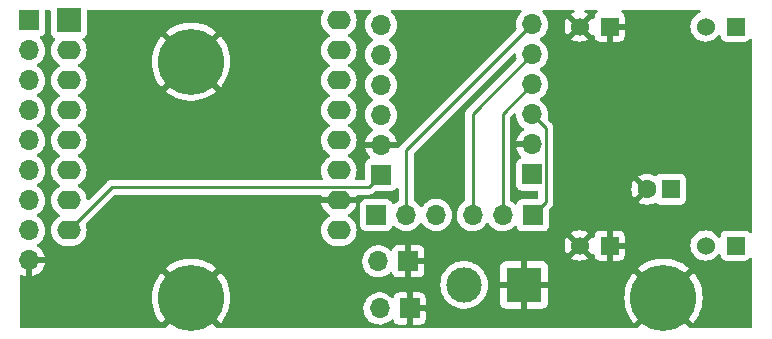
<source format=gbl>
G04 #@! TF.GenerationSoftware,KiCad,Pcbnew,6.0.2+dfsg-1*
G04 #@! TF.CreationDate,2022-08-21T17:24:24+02:00*
G04 #@! TF.ProjectId,EspFanPwm,45737046-616e-4507-976d-2e6b69636164,rev?*
G04 #@! TF.SameCoordinates,Original*
G04 #@! TF.FileFunction,Copper,L2,Bot*
G04 #@! TF.FilePolarity,Positive*
%FSLAX46Y46*%
G04 Gerber Fmt 4.6, Leading zero omitted, Abs format (unit mm)*
G04 Created by KiCad (PCBNEW 6.0.2+dfsg-1) date 2022-08-21 17:24:24*
%MOMM*%
%LPD*%
G01*
G04 APERTURE LIST*
G04 #@! TA.AperFunction,ComponentPad*
%ADD10R,1.700000X1.700000*%
G04 #@! TD*
G04 #@! TA.AperFunction,ComponentPad*
%ADD11O,1.700000X1.700000*%
G04 #@! TD*
G04 #@! TA.AperFunction,ComponentPad*
%ADD12C,5.600000*%
G04 #@! TD*
G04 #@! TA.AperFunction,ComponentPad*
%ADD13R,1.600000X1.600000*%
G04 #@! TD*
G04 #@! TA.AperFunction,ComponentPad*
%ADD14C,1.600000*%
G04 #@! TD*
G04 #@! TA.AperFunction,ComponentPad*
%ADD15R,3.000000X3.000000*%
G04 #@! TD*
G04 #@! TA.AperFunction,ComponentPad*
%ADD16C,3.000000*%
G04 #@! TD*
G04 #@! TA.AperFunction,ComponentPad*
%ADD17R,2.000000X2.000000*%
G04 #@! TD*
G04 #@! TA.AperFunction,ComponentPad*
%ADD18O,2.000000X1.600000*%
G04 #@! TD*
G04 #@! TA.AperFunction,ComponentPad*
%ADD19R,1.524000X1.524000*%
G04 #@! TD*
G04 #@! TA.AperFunction,ComponentPad*
%ADD20C,1.524000*%
G04 #@! TD*
G04 #@! TA.AperFunction,Conductor*
%ADD21C,0.250000*%
G04 #@! TD*
G04 APERTURE END LIST*
D10*
X106300000Y-84600000D03*
D11*
X106300000Y-87140000D03*
X106300000Y-89680000D03*
X106300000Y-92220000D03*
X106300000Y-94760000D03*
X106300000Y-97300000D03*
X106300000Y-99840000D03*
X106300000Y-102380000D03*
X106300000Y-104920000D03*
D10*
X148875000Y-97652500D03*
D11*
X148875000Y-95112500D03*
X148875000Y-92572500D03*
X148875000Y-90032500D03*
X148875000Y-87492500D03*
X148875000Y-84952500D03*
X136075000Y-84982500D03*
X136075000Y-87522500D03*
X136075000Y-90062500D03*
X136075000Y-92602500D03*
X136075000Y-95142500D03*
D10*
X136075000Y-97682500D03*
X148925000Y-101100000D03*
D11*
X146385000Y-101100000D03*
X143845000Y-101100000D03*
D12*
X120000000Y-108100000D03*
D13*
X160600000Y-98900000D03*
D14*
X158600000Y-98900000D03*
D10*
X135675000Y-101075000D03*
D11*
X138215000Y-101075000D03*
X140755000Y-101075000D03*
D15*
X148200000Y-107000000D03*
D16*
X143120000Y-107000000D03*
D17*
X109655000Y-84610000D03*
D18*
X109655000Y-87150000D03*
X109655000Y-89690000D03*
X109655000Y-92230000D03*
X109655000Y-94770000D03*
X109655000Y-97310000D03*
X109655000Y-99850000D03*
X109655000Y-102390000D03*
X132515000Y-102390000D03*
X132515000Y-99850000D03*
X132515000Y-97310000D03*
X132515000Y-94770000D03*
X132515000Y-92230000D03*
X132515000Y-89690000D03*
X132515000Y-87150000D03*
X132515000Y-84610000D03*
D10*
X138400000Y-105000000D03*
D11*
X135860000Y-105000000D03*
D10*
X138500000Y-109000000D03*
D11*
X135960000Y-109000000D03*
D12*
X160000000Y-108100000D03*
D19*
X166104000Y-103671000D03*
D20*
X163564000Y-103671000D03*
D19*
X155436000Y-103671000D03*
D20*
X152896000Y-103671000D03*
D19*
X155436000Y-85129000D03*
D20*
X152896000Y-85129000D03*
D19*
X166104000Y-85129000D03*
D20*
X163564000Y-85129000D03*
D12*
X120000000Y-88100000D03*
D21*
X148925000Y-101100000D02*
X150049511Y-99975489D01*
X150049511Y-93747011D02*
X148875000Y-92572500D01*
X150049511Y-99975489D02*
X150049511Y-93747011D01*
X146385000Y-101100000D02*
X146385000Y-92522500D01*
X146385000Y-92522500D02*
X148875000Y-90032500D01*
X143845000Y-92522500D02*
X148875000Y-87492500D01*
X143845000Y-101100000D02*
X143845000Y-92522500D01*
X138215000Y-95612500D02*
X148875000Y-84952500D01*
X138215000Y-101075000D02*
X138215000Y-95612500D01*
X109655000Y-102390000D02*
X113319520Y-98725480D01*
X113319520Y-98725480D02*
X135032020Y-98725480D01*
X135032020Y-98725480D02*
X136075000Y-97682500D01*
G04 #@! TA.AperFunction,Conductor*
G36*
X108088621Y-83728002D02*
G01*
X108135114Y-83781658D01*
X108146500Y-83834000D01*
X108146500Y-85658134D01*
X108153255Y-85720316D01*
X108204385Y-85856705D01*
X108291739Y-85973261D01*
X108408295Y-86060615D01*
X108416704Y-86063767D01*
X108416707Y-86063769D01*
X108432768Y-86069790D01*
X108489533Y-86112431D01*
X108514234Y-86178992D01*
X108499027Y-86248341D01*
X108477635Y-86276867D01*
X108448802Y-86305700D01*
X108445645Y-86310208D01*
X108445643Y-86310211D01*
X108394634Y-86383059D01*
X108317477Y-86493251D01*
X108315154Y-86498233D01*
X108315151Y-86498238D01*
X108241140Y-86656957D01*
X108220716Y-86700757D01*
X108219294Y-86706065D01*
X108219293Y-86706067D01*
X108162881Y-86916598D01*
X108161457Y-86921913D01*
X108141502Y-87150000D01*
X108161457Y-87378087D01*
X108162881Y-87383400D01*
X108162881Y-87383402D01*
X108218885Y-87592408D01*
X108220716Y-87599243D01*
X108223039Y-87604224D01*
X108223039Y-87604225D01*
X108315151Y-87801762D01*
X108315154Y-87801767D01*
X108317477Y-87806749D01*
X108448802Y-87994300D01*
X108610700Y-88156198D01*
X108615208Y-88159355D01*
X108615211Y-88159357D01*
X108665511Y-88194577D01*
X108798251Y-88287523D01*
X108803233Y-88289846D01*
X108803238Y-88289849D01*
X108837457Y-88305805D01*
X108890742Y-88352722D01*
X108910203Y-88420999D01*
X108889661Y-88488959D01*
X108837457Y-88534195D01*
X108803238Y-88550151D01*
X108803233Y-88550154D01*
X108798251Y-88552477D01*
X108787466Y-88560029D01*
X108615211Y-88680643D01*
X108615208Y-88680645D01*
X108610700Y-88683802D01*
X108448802Y-88845700D01*
X108445645Y-88850208D01*
X108445643Y-88850211D01*
X108409011Y-88902527D01*
X108317477Y-89033251D01*
X108315154Y-89038233D01*
X108315151Y-89038238D01*
X108263563Y-89148871D01*
X108220716Y-89240757D01*
X108219294Y-89246065D01*
X108219293Y-89246067D01*
X108162881Y-89456598D01*
X108161457Y-89461913D01*
X108141502Y-89690000D01*
X108161457Y-89918087D01*
X108162881Y-89923400D01*
X108162881Y-89923402D01*
X108218885Y-90132408D01*
X108220716Y-90139243D01*
X108223039Y-90144224D01*
X108223039Y-90144225D01*
X108315151Y-90341762D01*
X108315154Y-90341767D01*
X108317477Y-90346749D01*
X108448802Y-90534300D01*
X108610700Y-90696198D01*
X108615208Y-90699355D01*
X108615211Y-90699357D01*
X108665511Y-90734577D01*
X108798251Y-90827523D01*
X108803233Y-90829846D01*
X108803238Y-90829849D01*
X108837457Y-90845805D01*
X108890742Y-90892722D01*
X108910203Y-90960999D01*
X108889661Y-91028959D01*
X108837457Y-91074195D01*
X108803238Y-91090151D01*
X108803233Y-91090154D01*
X108798251Y-91092477D01*
X108787466Y-91100029D01*
X108615211Y-91220643D01*
X108615208Y-91220645D01*
X108610700Y-91223802D01*
X108448802Y-91385700D01*
X108445645Y-91390208D01*
X108445643Y-91390211D01*
X108409011Y-91442527D01*
X108317477Y-91573251D01*
X108315154Y-91578233D01*
X108315151Y-91578238D01*
X108241140Y-91736957D01*
X108220716Y-91780757D01*
X108219294Y-91786065D01*
X108219293Y-91786067D01*
X108162881Y-91996598D01*
X108161457Y-92001913D01*
X108141502Y-92230000D01*
X108161457Y-92458087D01*
X108162881Y-92463400D01*
X108162881Y-92463402D01*
X108218885Y-92672408D01*
X108220716Y-92679243D01*
X108223039Y-92684224D01*
X108223039Y-92684225D01*
X108315151Y-92881762D01*
X108315154Y-92881767D01*
X108317477Y-92886749D01*
X108448802Y-93074300D01*
X108610700Y-93236198D01*
X108615208Y-93239355D01*
X108615211Y-93239357D01*
X108646368Y-93261173D01*
X108798251Y-93367523D01*
X108803233Y-93369846D01*
X108803238Y-93369849D01*
X108837457Y-93385805D01*
X108890742Y-93432722D01*
X108910203Y-93500999D01*
X108889661Y-93568959D01*
X108837457Y-93614195D01*
X108803238Y-93630151D01*
X108803233Y-93630154D01*
X108798251Y-93632477D01*
X108764991Y-93655766D01*
X108615211Y-93760643D01*
X108615208Y-93760645D01*
X108610700Y-93763802D01*
X108448802Y-93925700D01*
X108445645Y-93930208D01*
X108445643Y-93930211D01*
X108426853Y-93957046D01*
X108317477Y-94113251D01*
X108315154Y-94118233D01*
X108315151Y-94118238D01*
X108227011Y-94307257D01*
X108220716Y-94320757D01*
X108219294Y-94326065D01*
X108219293Y-94326067D01*
X108162881Y-94536598D01*
X108161457Y-94541913D01*
X108141502Y-94770000D01*
X108161457Y-94998087D01*
X108162881Y-95003400D01*
X108162881Y-95003402D01*
X108195806Y-95126277D01*
X108220716Y-95219243D01*
X108223039Y-95224224D01*
X108223039Y-95224225D01*
X108315151Y-95421762D01*
X108315154Y-95421767D01*
X108317477Y-95426749D01*
X108338966Y-95457438D01*
X108433498Y-95592443D01*
X108448802Y-95614300D01*
X108610700Y-95776198D01*
X108615208Y-95779355D01*
X108615211Y-95779357D01*
X108646368Y-95801173D01*
X108798251Y-95907523D01*
X108803233Y-95909846D01*
X108803238Y-95909849D01*
X108837457Y-95925805D01*
X108890742Y-95972722D01*
X108910203Y-96040999D01*
X108889661Y-96108959D01*
X108837457Y-96154195D01*
X108803238Y-96170151D01*
X108803233Y-96170154D01*
X108798251Y-96172477D01*
X108718865Y-96228064D01*
X108615211Y-96300643D01*
X108615208Y-96300645D01*
X108610700Y-96303802D01*
X108448802Y-96465700D01*
X108445645Y-96470208D01*
X108445643Y-96470211D01*
X108441296Y-96476419D01*
X108317477Y-96653251D01*
X108315154Y-96658233D01*
X108315151Y-96658238D01*
X108256337Y-96784366D01*
X108220716Y-96860757D01*
X108219294Y-96866065D01*
X108219293Y-96866067D01*
X108162881Y-97076598D01*
X108161457Y-97081913D01*
X108141502Y-97310000D01*
X108161457Y-97538087D01*
X108162881Y-97543400D01*
X108162881Y-97543402D01*
X108218312Y-97750270D01*
X108220716Y-97759243D01*
X108223039Y-97764224D01*
X108223039Y-97764225D01*
X108315151Y-97961762D01*
X108315154Y-97961767D01*
X108317477Y-97966749D01*
X108338966Y-97997438D01*
X108429775Y-98127126D01*
X108448802Y-98154300D01*
X108610700Y-98316198D01*
X108615208Y-98319355D01*
X108615211Y-98319357D01*
X108646368Y-98341173D01*
X108798251Y-98447523D01*
X108803233Y-98449846D01*
X108803238Y-98449849D01*
X108837457Y-98465805D01*
X108890742Y-98512722D01*
X108910203Y-98580999D01*
X108889661Y-98648959D01*
X108837457Y-98694195D01*
X108803238Y-98710151D01*
X108803233Y-98710154D01*
X108798251Y-98712477D01*
X108723768Y-98764631D01*
X108615211Y-98840643D01*
X108615208Y-98840645D01*
X108610700Y-98843802D01*
X108448802Y-99005700D01*
X108445645Y-99010208D01*
X108445643Y-99010211D01*
X108398243Y-99077905D01*
X108317477Y-99193251D01*
X108315154Y-99198233D01*
X108315151Y-99198238D01*
X108240197Y-99358980D01*
X108220716Y-99400757D01*
X108219294Y-99406065D01*
X108219293Y-99406067D01*
X108163832Y-99613048D01*
X108161457Y-99621913D01*
X108141502Y-99850000D01*
X108161457Y-100078087D01*
X108162881Y-100083400D01*
X108162881Y-100083402D01*
X108213582Y-100272617D01*
X108220716Y-100299243D01*
X108223039Y-100304224D01*
X108223039Y-100304225D01*
X108315151Y-100501762D01*
X108315154Y-100501767D01*
X108317477Y-100506749D01*
X108320634Y-100511257D01*
X108445507Y-100689594D01*
X108448802Y-100694300D01*
X108610700Y-100856198D01*
X108615208Y-100859355D01*
X108615211Y-100859357D01*
X108646368Y-100881173D01*
X108798251Y-100987523D01*
X108803233Y-100989846D01*
X108803238Y-100989849D01*
X108837457Y-101005805D01*
X108890742Y-101052722D01*
X108910203Y-101120999D01*
X108889661Y-101188959D01*
X108837457Y-101234195D01*
X108803238Y-101250151D01*
X108803233Y-101250154D01*
X108798251Y-101252477D01*
X108745070Y-101289715D01*
X108615211Y-101380643D01*
X108615208Y-101380645D01*
X108610700Y-101383802D01*
X108448802Y-101545700D01*
X108445645Y-101550208D01*
X108445643Y-101550211D01*
X108390902Y-101628389D01*
X108317477Y-101733251D01*
X108315154Y-101738233D01*
X108315151Y-101738238D01*
X108235529Y-101908990D01*
X108220716Y-101940757D01*
X108219294Y-101946065D01*
X108219293Y-101946067D01*
X108162881Y-102156598D01*
X108161457Y-102161913D01*
X108141502Y-102390000D01*
X108161457Y-102618087D01*
X108162881Y-102623400D01*
X108162881Y-102623402D01*
X108207866Y-102791285D01*
X108220716Y-102839243D01*
X108223039Y-102844224D01*
X108223039Y-102844225D01*
X108315151Y-103041762D01*
X108315154Y-103041767D01*
X108317477Y-103046749D01*
X108448802Y-103234300D01*
X108610700Y-103396198D01*
X108615208Y-103399355D01*
X108615211Y-103399357D01*
X108646368Y-103421173D01*
X108798251Y-103527523D01*
X108803233Y-103529846D01*
X108803238Y-103529849D01*
X108973705Y-103609338D01*
X109005757Y-103624284D01*
X109011065Y-103625706D01*
X109011067Y-103625707D01*
X109221598Y-103682119D01*
X109221600Y-103682119D01*
X109226913Y-103683543D01*
X109326480Y-103692254D01*
X109395149Y-103698262D01*
X109395156Y-103698262D01*
X109397873Y-103698500D01*
X109912127Y-103698500D01*
X109914844Y-103698262D01*
X109914851Y-103698262D01*
X109983520Y-103692254D01*
X110083087Y-103683543D01*
X110088400Y-103682119D01*
X110088402Y-103682119D01*
X110298933Y-103625707D01*
X110298935Y-103625706D01*
X110304243Y-103624284D01*
X110336295Y-103609338D01*
X110506762Y-103529849D01*
X110506767Y-103529846D01*
X110511749Y-103527523D01*
X110663632Y-103421173D01*
X110694789Y-103399357D01*
X110694792Y-103399355D01*
X110699300Y-103396198D01*
X110861198Y-103234300D01*
X110992523Y-103046749D01*
X110994846Y-103041767D01*
X110994849Y-103041762D01*
X111086961Y-102844225D01*
X111086961Y-102844224D01*
X111089284Y-102839243D01*
X111102135Y-102791285D01*
X111147119Y-102623402D01*
X111147119Y-102623400D01*
X111148543Y-102618087D01*
X111168498Y-102390000D01*
X131001502Y-102390000D01*
X131021457Y-102618087D01*
X131022881Y-102623400D01*
X131022881Y-102623402D01*
X131067866Y-102791285D01*
X131080716Y-102839243D01*
X131083039Y-102844224D01*
X131083039Y-102844225D01*
X131175151Y-103041762D01*
X131175154Y-103041767D01*
X131177477Y-103046749D01*
X131308802Y-103234300D01*
X131470700Y-103396198D01*
X131475208Y-103399355D01*
X131475211Y-103399357D01*
X131506368Y-103421173D01*
X131658251Y-103527523D01*
X131663233Y-103529846D01*
X131663238Y-103529849D01*
X131833705Y-103609338D01*
X131865757Y-103624284D01*
X131871065Y-103625706D01*
X131871067Y-103625707D01*
X132081598Y-103682119D01*
X132081600Y-103682119D01*
X132086913Y-103683543D01*
X132186480Y-103692254D01*
X132255149Y-103698262D01*
X132255156Y-103698262D01*
X132257873Y-103698500D01*
X132772127Y-103698500D01*
X132774844Y-103698262D01*
X132774851Y-103698262D01*
X132843520Y-103692254D01*
X132943087Y-103683543D01*
X132948400Y-103682119D01*
X132948402Y-103682119D01*
X133158933Y-103625707D01*
X133158935Y-103625706D01*
X133164243Y-103624284D01*
X133196295Y-103609338D01*
X133366762Y-103529849D01*
X133366767Y-103529846D01*
X133371749Y-103527523D01*
X133523632Y-103421173D01*
X133554789Y-103399357D01*
X133554792Y-103399355D01*
X133559300Y-103396198D01*
X133721198Y-103234300D01*
X133852523Y-103046749D01*
X133854846Y-103041767D01*
X133854849Y-103041762D01*
X133946961Y-102844225D01*
X133946961Y-102844224D01*
X133949284Y-102839243D01*
X133962135Y-102791285D01*
X134007119Y-102623402D01*
X134007119Y-102623400D01*
X134008543Y-102618087D01*
X134009139Y-102611271D01*
X152201860Y-102611271D01*
X152208928Y-102624718D01*
X152883188Y-103298978D01*
X152897132Y-103306592D01*
X152898965Y-103306461D01*
X152905580Y-103302210D01*
X153583793Y-102623997D01*
X153590223Y-102612223D01*
X153580926Y-102600207D01*
X153537931Y-102570102D01*
X153528445Y-102564624D01*
X153337007Y-102475355D01*
X153326715Y-102471609D01*
X153122691Y-102416941D01*
X153111896Y-102415038D01*
X152901475Y-102396628D01*
X152890525Y-102396628D01*
X152680104Y-102415038D01*
X152669309Y-102416941D01*
X152465285Y-102471609D01*
X152454993Y-102475355D01*
X152263559Y-102564623D01*
X152254068Y-102570103D01*
X152210235Y-102600794D01*
X152201860Y-102611271D01*
X134009139Y-102611271D01*
X134028498Y-102390000D01*
X134008543Y-102161913D01*
X134007119Y-102156598D01*
X133950707Y-101946067D01*
X133950706Y-101946065D01*
X133949284Y-101940757D01*
X133934471Y-101908990D01*
X133854849Y-101738238D01*
X133854846Y-101738233D01*
X133852523Y-101733251D01*
X133779098Y-101628389D01*
X133724357Y-101550211D01*
X133724355Y-101550208D01*
X133721198Y-101545700D01*
X133559300Y-101383802D01*
X133554792Y-101380645D01*
X133554789Y-101380643D01*
X133424930Y-101289715D01*
X133371749Y-101252477D01*
X133366767Y-101250154D01*
X133366762Y-101250151D01*
X133331951Y-101233919D01*
X133278666Y-101187002D01*
X133259205Y-101118725D01*
X133279747Y-101050765D01*
X133331951Y-101005529D01*
X133366511Y-100989414D01*
X133376007Y-100983931D01*
X133554467Y-100858972D01*
X133562875Y-100851916D01*
X133716916Y-100697875D01*
X133723972Y-100689467D01*
X133848931Y-100511007D01*
X133854414Y-100501511D01*
X133946490Y-100304053D01*
X133950236Y-100293761D01*
X133996394Y-100121497D01*
X133996058Y-100107401D01*
X133988116Y-100104000D01*
X131047033Y-100104000D01*
X131033502Y-100107973D01*
X131032273Y-100116522D01*
X131079764Y-100293761D01*
X131083510Y-100304053D01*
X131175586Y-100501511D01*
X131181069Y-100511007D01*
X131306028Y-100689467D01*
X131313084Y-100697875D01*
X131467125Y-100851916D01*
X131475533Y-100858972D01*
X131653993Y-100983931D01*
X131663489Y-100989414D01*
X131698049Y-101005529D01*
X131751334Y-101052446D01*
X131770795Y-101120723D01*
X131750253Y-101188683D01*
X131698049Y-101233919D01*
X131663238Y-101250151D01*
X131663233Y-101250154D01*
X131658251Y-101252477D01*
X131605070Y-101289715D01*
X131475211Y-101380643D01*
X131475208Y-101380645D01*
X131470700Y-101383802D01*
X131308802Y-101545700D01*
X131305645Y-101550208D01*
X131305643Y-101550211D01*
X131250902Y-101628389D01*
X131177477Y-101733251D01*
X131175154Y-101738233D01*
X131175151Y-101738238D01*
X131095529Y-101908990D01*
X131080716Y-101940757D01*
X131079294Y-101946065D01*
X131079293Y-101946067D01*
X131022881Y-102156598D01*
X131021457Y-102161913D01*
X131001502Y-102390000D01*
X111168498Y-102390000D01*
X111148543Y-102161913D01*
X111145979Y-102152342D01*
X111089284Y-101940757D01*
X111091418Y-101940185D01*
X111088594Y-101878151D01*
X111121885Y-101819019D01*
X112329499Y-100611406D01*
X113545020Y-99395885D01*
X113607332Y-99361859D01*
X113634115Y-99358980D01*
X130928221Y-99358980D01*
X130996342Y-99378982D01*
X131042835Y-99432638D01*
X131052939Y-99502912D01*
X131049928Y-99517592D01*
X131033606Y-99578504D01*
X131033942Y-99592599D01*
X131041884Y-99596000D01*
X133982967Y-99596000D01*
X133996498Y-99592027D01*
X133997727Y-99583479D01*
X133980072Y-99517592D01*
X133981762Y-99446615D01*
X134021556Y-99387819D01*
X134086820Y-99359871D01*
X134101779Y-99358980D01*
X134953253Y-99358980D01*
X134964436Y-99359507D01*
X134971929Y-99361182D01*
X134979855Y-99360933D01*
X134979856Y-99360933D01*
X135040006Y-99359042D01*
X135043965Y-99358980D01*
X135071876Y-99358980D01*
X135075811Y-99358483D01*
X135075876Y-99358475D01*
X135087713Y-99357542D01*
X135119971Y-99356528D01*
X135123990Y-99356402D01*
X135131909Y-99356153D01*
X135151363Y-99350501D01*
X135170720Y-99346493D01*
X135182950Y-99344948D01*
X135182951Y-99344948D01*
X135190817Y-99343954D01*
X135198188Y-99341035D01*
X135198190Y-99341035D01*
X135231932Y-99327676D01*
X135243162Y-99323831D01*
X135278003Y-99313709D01*
X135278004Y-99313709D01*
X135285613Y-99311498D01*
X135292432Y-99307465D01*
X135292437Y-99307463D01*
X135303048Y-99301187D01*
X135320796Y-99292492D01*
X135339637Y-99285032D01*
X135375407Y-99259044D01*
X135385327Y-99252528D01*
X135416555Y-99234060D01*
X135416558Y-99234058D01*
X135423382Y-99230022D01*
X135437703Y-99215701D01*
X135452737Y-99202860D01*
X135469127Y-99190952D01*
X135497318Y-99156875D01*
X135505308Y-99148096D01*
X135575499Y-99077905D01*
X135637811Y-99043879D01*
X135664594Y-99041000D01*
X136973134Y-99041000D01*
X137035316Y-99034245D01*
X137171705Y-98983115D01*
X137288261Y-98895761D01*
X137354675Y-98807145D01*
X137411533Y-98764631D01*
X137482351Y-98759605D01*
X137544645Y-98793665D01*
X137578635Y-98855996D01*
X137581500Y-98882711D01*
X137581500Y-99796692D01*
X137561498Y-99864813D01*
X137513683Y-99908453D01*
X137488607Y-99921507D01*
X137484474Y-99924610D01*
X137484471Y-99924612D01*
X137316226Y-100050934D01*
X137309965Y-100055635D01*
X137233897Y-100135236D01*
X137229283Y-100140064D01*
X137167759Y-100175494D01*
X137096846Y-100172037D01*
X137039060Y-100130791D01*
X137020207Y-100097243D01*
X136978767Y-99986703D01*
X136975615Y-99978295D01*
X136888261Y-99861739D01*
X136771705Y-99774385D01*
X136635316Y-99723255D01*
X136573134Y-99716500D01*
X134776866Y-99716500D01*
X134714684Y-99723255D01*
X134578295Y-99774385D01*
X134461739Y-99861739D01*
X134374385Y-99978295D01*
X134323255Y-100114684D01*
X134316500Y-100176866D01*
X134316500Y-101973134D01*
X134323255Y-102035316D01*
X134374385Y-102171705D01*
X134461739Y-102288261D01*
X134578295Y-102375615D01*
X134714684Y-102426745D01*
X134776866Y-102433500D01*
X136573134Y-102433500D01*
X136635316Y-102426745D01*
X136771705Y-102375615D01*
X136888261Y-102288261D01*
X136975615Y-102171705D01*
X137010616Y-102078341D01*
X137019598Y-102054382D01*
X137062240Y-101997618D01*
X137128802Y-101972918D01*
X137198150Y-101988126D01*
X137232817Y-102016114D01*
X137261250Y-102048938D01*
X137433126Y-102191632D01*
X137626000Y-102304338D01*
X137834692Y-102384030D01*
X137839760Y-102385061D01*
X137839763Y-102385062D01*
X137940097Y-102405475D01*
X138053597Y-102428567D01*
X138058772Y-102428757D01*
X138058774Y-102428757D01*
X138271673Y-102436564D01*
X138271677Y-102436564D01*
X138276837Y-102436753D01*
X138281957Y-102436097D01*
X138281959Y-102436097D01*
X138493288Y-102409025D01*
X138493289Y-102409025D01*
X138498416Y-102408368D01*
X138521745Y-102401369D01*
X138707429Y-102345661D01*
X138707434Y-102345659D01*
X138712384Y-102344174D01*
X138912994Y-102245896D01*
X139094860Y-102116173D01*
X139132825Y-102078341D01*
X139238616Y-101972918D01*
X139253096Y-101958489D01*
X139262272Y-101945720D01*
X139383453Y-101777077D01*
X139384776Y-101778028D01*
X139431645Y-101734857D01*
X139501580Y-101722625D01*
X139567026Y-101750144D01*
X139594875Y-101781994D01*
X139654987Y-101880088D01*
X139801250Y-102048938D01*
X139973126Y-102191632D01*
X140166000Y-102304338D01*
X140374692Y-102384030D01*
X140379760Y-102385061D01*
X140379763Y-102385062D01*
X140480097Y-102405475D01*
X140593597Y-102428567D01*
X140598772Y-102428757D01*
X140598774Y-102428757D01*
X140811673Y-102436564D01*
X140811677Y-102436564D01*
X140816837Y-102436753D01*
X140821957Y-102436097D01*
X140821959Y-102436097D01*
X141033288Y-102409025D01*
X141033289Y-102409025D01*
X141038416Y-102408368D01*
X141061745Y-102401369D01*
X141247429Y-102345661D01*
X141247434Y-102345659D01*
X141252384Y-102344174D01*
X141452994Y-102245896D01*
X141634860Y-102116173D01*
X141672825Y-102078341D01*
X141778616Y-101972918D01*
X141793096Y-101958489D01*
X141802272Y-101945720D01*
X141920435Y-101781277D01*
X141923453Y-101777077D01*
X141942649Y-101738238D01*
X142020136Y-101581453D01*
X142020137Y-101581451D01*
X142022430Y-101576811D01*
X142087370Y-101363069D01*
X142116529Y-101141590D01*
X142116650Y-101136638D01*
X142118074Y-101078365D01*
X142118074Y-101078361D01*
X142118156Y-101075000D01*
X142099852Y-100852361D01*
X142045431Y-100635702D01*
X141956354Y-100430840D01*
X141882403Y-100316529D01*
X141837822Y-100247617D01*
X141837820Y-100247614D01*
X141835014Y-100243277D01*
X141684670Y-100078051D01*
X141680619Y-100074852D01*
X141680615Y-100074848D01*
X141513414Y-99942800D01*
X141513410Y-99942798D01*
X141509359Y-99939598D01*
X141504831Y-99937098D01*
X141419173Y-99889813D01*
X141313789Y-99831638D01*
X141308920Y-99829914D01*
X141308916Y-99829912D01*
X141108087Y-99758795D01*
X141108083Y-99758794D01*
X141103212Y-99757069D01*
X141098119Y-99756162D01*
X141098116Y-99756161D01*
X140888373Y-99718800D01*
X140888367Y-99718799D01*
X140883284Y-99717894D01*
X140809452Y-99716992D01*
X140665081Y-99715228D01*
X140665079Y-99715228D01*
X140659911Y-99715165D01*
X140439091Y-99748955D01*
X140226756Y-99818357D01*
X140196443Y-99834137D01*
X140052975Y-99908822D01*
X140028607Y-99921507D01*
X140024474Y-99924610D01*
X140024471Y-99924612D01*
X139856226Y-100050934D01*
X139849965Y-100055635D01*
X139824894Y-100081870D01*
X139701926Y-100210549D01*
X139695629Y-100217138D01*
X139588201Y-100374621D01*
X139533293Y-100419621D01*
X139462768Y-100427792D01*
X139399021Y-100396538D01*
X139378324Y-100372054D01*
X139297822Y-100247617D01*
X139297820Y-100247614D01*
X139295014Y-100243277D01*
X139144670Y-100078051D01*
X139140619Y-100074852D01*
X139140615Y-100074848D01*
X138973414Y-99942800D01*
X138973410Y-99942798D01*
X138969359Y-99939598D01*
X138964835Y-99937101D01*
X138964831Y-99937098D01*
X138913608Y-99908822D01*
X138863636Y-99858390D01*
X138848500Y-99798513D01*
X138848500Y-95927094D01*
X138868502Y-95858973D01*
X138885405Y-95837999D01*
X147300019Y-87423385D01*
X147362331Y-87389359D01*
X147433146Y-87394424D01*
X147489982Y-87436971D01*
X147514905Y-87505227D01*
X147519932Y-87592408D01*
X147525110Y-87682215D01*
X147526247Y-87687261D01*
X147526248Y-87687267D01*
X147537139Y-87735592D01*
X147555153Y-87815523D01*
X147558453Y-87830168D01*
X147553917Y-87901020D01*
X147524631Y-87946964D01*
X143452747Y-92018848D01*
X143444461Y-92026388D01*
X143437982Y-92030500D01*
X143432557Y-92036277D01*
X143391357Y-92080151D01*
X143388602Y-92082993D01*
X143368865Y-92102730D01*
X143366385Y-92105927D01*
X143358682Y-92114947D01*
X143328414Y-92147179D01*
X143324595Y-92154125D01*
X143324593Y-92154128D01*
X143318652Y-92164934D01*
X143307801Y-92181453D01*
X143295386Y-92197459D01*
X143292241Y-92204728D01*
X143292238Y-92204732D01*
X143277826Y-92238037D01*
X143272609Y-92248687D01*
X143251305Y-92287440D01*
X143249334Y-92295115D01*
X143249334Y-92295116D01*
X143246267Y-92307062D01*
X143239863Y-92325766D01*
X143231819Y-92344355D01*
X143230580Y-92352178D01*
X143230577Y-92352188D01*
X143224901Y-92388024D01*
X143222495Y-92399644D01*
X143211500Y-92442470D01*
X143211500Y-92462724D01*
X143209949Y-92482434D01*
X143206780Y-92502443D01*
X143207526Y-92510335D01*
X143210941Y-92546461D01*
X143211500Y-92558319D01*
X143211500Y-99821692D01*
X143191498Y-99889813D01*
X143143683Y-99933453D01*
X143118607Y-99946507D01*
X143114474Y-99949610D01*
X143114471Y-99949612D01*
X142944100Y-100077530D01*
X142939965Y-100080635D01*
X142914498Y-100107285D01*
X142809520Y-100217138D01*
X142785629Y-100242138D01*
X142782720Y-100246403D01*
X142782714Y-100246411D01*
X142777196Y-100254500D01*
X142659743Y-100426680D01*
X142565688Y-100629305D01*
X142505989Y-100844570D01*
X142482251Y-101066695D01*
X142482548Y-101071848D01*
X142482548Y-101071851D01*
X142491893Y-101233919D01*
X142495110Y-101289715D01*
X142496247Y-101294761D01*
X142496248Y-101294767D01*
X142510485Y-101357939D01*
X142544222Y-101507639D01*
X142628266Y-101714616D01*
X142665685Y-101775678D01*
X142742291Y-101900688D01*
X142744987Y-101905088D01*
X142891250Y-102073938D01*
X143063126Y-102216632D01*
X143256000Y-102329338D01*
X143260825Y-102331180D01*
X143260826Y-102331181D01*
X143333612Y-102358975D01*
X143464692Y-102409030D01*
X143469760Y-102410061D01*
X143469763Y-102410062D01*
X143577017Y-102431883D01*
X143683597Y-102453567D01*
X143688772Y-102453757D01*
X143688774Y-102453757D01*
X143901673Y-102461564D01*
X143901677Y-102461564D01*
X143906837Y-102461753D01*
X143911957Y-102461097D01*
X143911959Y-102461097D01*
X144123288Y-102434025D01*
X144123289Y-102434025D01*
X144128416Y-102433368D01*
X144143785Y-102428757D01*
X144337429Y-102370661D01*
X144337434Y-102370659D01*
X144342384Y-102369174D01*
X144542994Y-102270896D01*
X144724860Y-102141173D01*
X144883096Y-101983489D01*
X144913842Y-101940702D01*
X145013453Y-101802077D01*
X145014776Y-101803028D01*
X145061645Y-101759857D01*
X145131580Y-101747625D01*
X145197026Y-101775144D01*
X145224875Y-101806994D01*
X145284987Y-101905088D01*
X145431250Y-102073938D01*
X145603126Y-102216632D01*
X145796000Y-102329338D01*
X145800825Y-102331180D01*
X145800826Y-102331181D01*
X145873612Y-102358975D01*
X146004692Y-102409030D01*
X146009760Y-102410061D01*
X146009763Y-102410062D01*
X146117017Y-102431883D01*
X146223597Y-102453567D01*
X146228772Y-102453757D01*
X146228774Y-102453757D01*
X146441673Y-102461564D01*
X146441677Y-102461564D01*
X146446837Y-102461753D01*
X146451957Y-102461097D01*
X146451959Y-102461097D01*
X146663288Y-102434025D01*
X146663289Y-102434025D01*
X146668416Y-102433368D01*
X146683785Y-102428757D01*
X146877429Y-102370661D01*
X146877434Y-102370659D01*
X146882384Y-102369174D01*
X147082994Y-102270896D01*
X147264860Y-102141173D01*
X147373091Y-102033319D01*
X147435462Y-101999404D01*
X147506268Y-102004592D01*
X147563030Y-102047238D01*
X147580012Y-102078341D01*
X147609636Y-102157361D01*
X147624385Y-102196705D01*
X147711739Y-102313261D01*
X147828295Y-102400615D01*
X147964684Y-102451745D01*
X148026866Y-102458500D01*
X149823134Y-102458500D01*
X149885316Y-102451745D01*
X150021705Y-102400615D01*
X150138261Y-102313261D01*
X150225615Y-102196705D01*
X150276745Y-102060316D01*
X150283500Y-101998134D01*
X150283500Y-100689594D01*
X150303502Y-100621473D01*
X150320405Y-100600499D01*
X150441758Y-100479146D01*
X150450048Y-100471602D01*
X150456529Y-100467489D01*
X150503170Y-100417821D01*
X150505924Y-100414980D01*
X150525646Y-100395258D01*
X150528130Y-100392056D01*
X150535828Y-100383044D01*
X150560672Y-100356587D01*
X150566097Y-100350810D01*
X150575858Y-100333055D01*
X150586709Y-100316536D01*
X150599125Y-100300530D01*
X150616685Y-100259952D01*
X150621902Y-100249302D01*
X150643206Y-100210549D01*
X150645248Y-100202598D01*
X150648244Y-100190927D01*
X150654648Y-100172223D01*
X150659544Y-100160909D01*
X150659544Y-100160908D01*
X150662692Y-100153634D01*
X150663931Y-100145811D01*
X150663934Y-100145801D01*
X150669610Y-100109965D01*
X150672016Y-100098345D01*
X150681039Y-100063200D01*
X150681039Y-100063199D01*
X150683011Y-100055519D01*
X150683011Y-100035265D01*
X150684562Y-100015554D01*
X150686491Y-100003375D01*
X150687731Y-99995546D01*
X150686835Y-99986062D01*
X157878493Y-99986062D01*
X157887789Y-99998077D01*
X157938994Y-100033931D01*
X157948489Y-100039414D01*
X158145947Y-100131490D01*
X158156239Y-100135236D01*
X158366688Y-100191625D01*
X158377481Y-100193528D01*
X158594525Y-100212517D01*
X158605475Y-100212517D01*
X158822519Y-100193528D01*
X158833312Y-100191625D01*
X159043761Y-100135236D01*
X159054053Y-100131490D01*
X159251511Y-100039414D01*
X159261011Y-100033929D01*
X159261910Y-100033299D01*
X159262370Y-100033144D01*
X159265768Y-100031182D01*
X159266162Y-100031865D01*
X159329184Y-100010612D01*
X159398044Y-100027898D01*
X159423803Y-100050934D01*
X159425007Y-100049730D01*
X159431358Y-100056081D01*
X159436739Y-100063261D01*
X159443919Y-100068642D01*
X159443922Y-100068645D01*
X159491097Y-100104000D01*
X159553295Y-100150615D01*
X159689684Y-100201745D01*
X159751866Y-100208500D01*
X161448134Y-100208500D01*
X161510316Y-100201745D01*
X161646705Y-100150615D01*
X161763261Y-100063261D01*
X161850615Y-99946705D01*
X161901745Y-99810316D01*
X161908500Y-99748134D01*
X161908500Y-98051866D01*
X161901745Y-97989684D01*
X161850615Y-97853295D01*
X161763261Y-97736739D01*
X161646705Y-97649385D01*
X161510316Y-97598255D01*
X161448134Y-97591500D01*
X159751866Y-97591500D01*
X159689684Y-97598255D01*
X159553295Y-97649385D01*
X159532775Y-97664764D01*
X159443922Y-97731355D01*
X159443919Y-97731358D01*
X159436739Y-97736739D01*
X159431358Y-97743919D01*
X159425007Y-97750270D01*
X159422865Y-97748128D01*
X159378154Y-97781564D01*
X159307336Y-97786594D01*
X159265965Y-97768477D01*
X159265768Y-97768818D01*
X159262702Y-97767048D01*
X159261910Y-97766701D01*
X159261011Y-97766071D01*
X159251511Y-97760586D01*
X159054053Y-97668510D01*
X159043761Y-97664764D01*
X158833312Y-97608375D01*
X158822519Y-97606472D01*
X158605475Y-97587483D01*
X158594525Y-97587483D01*
X158377481Y-97606472D01*
X158366688Y-97608375D01*
X158156239Y-97664764D01*
X158145947Y-97668510D01*
X157948489Y-97760586D01*
X157938994Y-97766069D01*
X157886952Y-97802509D01*
X157878576Y-97812988D01*
X157885644Y-97826434D01*
X158870115Y-98810905D01*
X158904141Y-98873217D01*
X158899076Y-98944032D01*
X158870115Y-98989095D01*
X157884923Y-99974287D01*
X157878493Y-99986062D01*
X150686835Y-99986062D01*
X150683570Y-99951528D01*
X150683011Y-99939670D01*
X150683011Y-98905475D01*
X157287483Y-98905475D01*
X157306472Y-99122519D01*
X157308375Y-99133312D01*
X157364764Y-99343761D01*
X157368510Y-99354053D01*
X157460586Y-99551511D01*
X157466069Y-99561006D01*
X157502509Y-99613048D01*
X157512988Y-99621424D01*
X157526434Y-99614356D01*
X158227978Y-98912812D01*
X158235592Y-98898868D01*
X158235461Y-98897035D01*
X158231210Y-98890420D01*
X157525713Y-98184923D01*
X157513938Y-98178493D01*
X157501923Y-98187789D01*
X157466069Y-98238994D01*
X157460586Y-98248489D01*
X157368510Y-98445947D01*
X157364764Y-98456239D01*
X157308375Y-98666688D01*
X157306472Y-98677481D01*
X157287483Y-98894525D01*
X157287483Y-98905475D01*
X150683011Y-98905475D01*
X150683011Y-93825774D01*
X150683538Y-93814590D01*
X150685212Y-93807102D01*
X150683073Y-93739043D01*
X150683011Y-93735086D01*
X150683011Y-93707155D01*
X150682505Y-93703149D01*
X150681572Y-93691303D01*
X150680433Y-93655048D01*
X150680184Y-93647121D01*
X150674533Y-93627669D01*
X150670525Y-93608317D01*
X150668979Y-93596079D01*
X150668978Y-93596077D01*
X150667985Y-93588214D01*
X150651705Y-93547097D01*
X150647870Y-93535896D01*
X150635529Y-93493417D01*
X150631496Y-93486598D01*
X150631494Y-93486593D01*
X150625218Y-93475982D01*
X150616521Y-93458232D01*
X150609063Y-93439394D01*
X150604216Y-93432722D01*
X150583083Y-93403636D01*
X150576564Y-93393712D01*
X150558089Y-93362471D01*
X150558085Y-93362466D01*
X150554053Y-93355648D01*
X150539729Y-93341324D01*
X150526887Y-93326289D01*
X150514983Y-93309904D01*
X150480917Y-93281722D01*
X150472138Y-93273733D01*
X150226218Y-93027813D01*
X150192192Y-92965501D01*
X150194755Y-92902089D01*
X150205865Y-92865522D01*
X150207370Y-92860569D01*
X150236529Y-92639090D01*
X150238156Y-92572500D01*
X150219852Y-92349861D01*
X150165431Y-92133202D01*
X150076354Y-91928340D01*
X150036906Y-91867362D01*
X149957822Y-91745117D01*
X149957820Y-91745114D01*
X149955014Y-91740777D01*
X149804670Y-91575551D01*
X149800619Y-91572352D01*
X149800615Y-91572348D01*
X149633414Y-91440300D01*
X149633410Y-91440298D01*
X149629359Y-91437098D01*
X149588053Y-91414296D01*
X149538084Y-91363864D01*
X149523312Y-91294421D01*
X149548428Y-91228016D01*
X149575780Y-91201409D01*
X149712801Y-91103673D01*
X149754860Y-91073673D01*
X149791373Y-91037288D01*
X149909435Y-90919637D01*
X149913096Y-90915989D01*
X149947876Y-90867588D01*
X150040435Y-90738777D01*
X150043453Y-90734577D01*
X150092438Y-90635464D01*
X150140136Y-90538953D01*
X150140137Y-90538951D01*
X150142430Y-90534311D01*
X150207370Y-90320569D01*
X150236529Y-90099090D01*
X150238156Y-90032500D01*
X150219852Y-89809861D01*
X150165431Y-89593202D01*
X150076354Y-89388340D01*
X150036906Y-89327362D01*
X149957822Y-89205117D01*
X149957820Y-89205114D01*
X149955014Y-89200777D01*
X149804670Y-89035551D01*
X149800619Y-89032352D01*
X149800615Y-89032348D01*
X149633414Y-88900300D01*
X149633410Y-88900298D01*
X149629359Y-88897098D01*
X149588053Y-88874296D01*
X149538084Y-88823864D01*
X149523312Y-88754421D01*
X149548428Y-88688016D01*
X149575780Y-88661409D01*
X149712801Y-88563673D01*
X149754860Y-88533673D01*
X149801418Y-88487278D01*
X149909435Y-88379637D01*
X149913096Y-88375989D01*
X149947876Y-88327588D01*
X150040435Y-88198777D01*
X150043453Y-88194577D01*
X150091662Y-88097034D01*
X150140136Y-87998953D01*
X150140137Y-87998951D01*
X150142430Y-87994311D01*
X150207370Y-87780569D01*
X150236529Y-87559090D01*
X150238156Y-87492500D01*
X150219852Y-87269861D01*
X150165431Y-87053202D01*
X150076354Y-86848340D01*
X149989173Y-86713578D01*
X149957822Y-86665117D01*
X149957820Y-86665114D01*
X149955014Y-86660777D01*
X149804670Y-86495551D01*
X149800619Y-86492352D01*
X149800615Y-86492348D01*
X149633414Y-86360300D01*
X149633410Y-86360298D01*
X149629359Y-86357098D01*
X149588053Y-86334296D01*
X149538084Y-86283864D01*
X149523312Y-86214421D01*
X149533389Y-86187777D01*
X152201777Y-86187777D01*
X152211074Y-86199793D01*
X152254069Y-86229898D01*
X152263555Y-86235376D01*
X152454993Y-86324645D01*
X152465285Y-86328391D01*
X152669309Y-86383059D01*
X152680104Y-86384962D01*
X152890525Y-86403372D01*
X152901475Y-86403372D01*
X153111896Y-86384962D01*
X153122691Y-86383059D01*
X153326715Y-86328391D01*
X153337007Y-86324645D01*
X153528445Y-86235376D01*
X153537931Y-86229898D01*
X153581764Y-86199207D01*
X153590139Y-86188729D01*
X153583071Y-86175281D01*
X152908812Y-85501022D01*
X152894868Y-85493408D01*
X152893035Y-85493539D01*
X152886420Y-85497790D01*
X152208207Y-86176003D01*
X152201777Y-86187777D01*
X149533389Y-86187777D01*
X149548428Y-86148016D01*
X149575780Y-86121409D01*
X149712801Y-86023673D01*
X149754860Y-85993673D01*
X149775344Y-85973261D01*
X149887203Y-85861792D01*
X149913096Y-85835989D01*
X149947876Y-85787588D01*
X150040435Y-85658777D01*
X150043453Y-85654577D01*
X150071420Y-85597991D01*
X150140136Y-85458953D01*
X150140137Y-85458951D01*
X150142430Y-85454311D01*
X150207370Y-85240569D01*
X150221338Y-85134475D01*
X151621628Y-85134475D01*
X151640038Y-85344896D01*
X151641941Y-85355691D01*
X151696609Y-85559715D01*
X151700355Y-85570007D01*
X151789623Y-85761441D01*
X151795103Y-85770932D01*
X151825794Y-85814765D01*
X151836271Y-85823140D01*
X151849718Y-85816072D01*
X152523978Y-85141812D01*
X152531592Y-85127868D01*
X152531461Y-85126035D01*
X152527210Y-85119420D01*
X151848997Y-84441207D01*
X151837223Y-84434777D01*
X151825207Y-84444074D01*
X151795103Y-84487068D01*
X151789623Y-84496559D01*
X151700355Y-84687993D01*
X151696609Y-84698285D01*
X151641941Y-84902309D01*
X151640038Y-84913104D01*
X151621628Y-85123525D01*
X151621628Y-85134475D01*
X150221338Y-85134475D01*
X150236529Y-85019090D01*
X150238156Y-84952500D01*
X150219852Y-84729861D01*
X150165431Y-84513202D01*
X150076354Y-84308340D01*
X150036906Y-84247362D01*
X149957822Y-84125117D01*
X149957820Y-84125114D01*
X149955014Y-84120777D01*
X149804670Y-83955551D01*
X149775966Y-83932882D01*
X149734903Y-83874965D01*
X149731671Y-83804042D01*
X149767296Y-83742630D01*
X149830467Y-83710228D01*
X149854058Y-83708000D01*
X152369919Y-83708000D01*
X152438040Y-83728002D01*
X152484533Y-83781658D01*
X152494637Y-83851932D01*
X152465143Y-83916512D01*
X152423169Y-83948195D01*
X152263559Y-84022623D01*
X152254068Y-84028103D01*
X152210235Y-84058794D01*
X152201860Y-84069271D01*
X152208928Y-84082718D01*
X152883188Y-84756978D01*
X152897132Y-84764592D01*
X152898965Y-84764461D01*
X152905580Y-84760210D01*
X153583793Y-84081997D01*
X153590223Y-84070223D01*
X153580926Y-84058207D01*
X153537931Y-84028102D01*
X153528445Y-84022624D01*
X153368831Y-83948195D01*
X153315546Y-83901278D01*
X153296085Y-83833000D01*
X153316627Y-83765040D01*
X153370650Y-83718975D01*
X153422081Y-83708000D01*
X154327958Y-83708000D01*
X154396079Y-83728002D01*
X154442572Y-83781658D01*
X154452676Y-83851932D01*
X154423182Y-83916512D01*
X154403523Y-83934826D01*
X154318276Y-83998715D01*
X154305715Y-84011276D01*
X154229214Y-84113351D01*
X154220676Y-84128946D01*
X154175522Y-84249394D01*
X154171895Y-84264649D01*
X154166369Y-84315514D01*
X154166000Y-84322328D01*
X154166000Y-84340915D01*
X154145998Y-84409036D01*
X154092342Y-84455529D01*
X154022068Y-84465633D01*
X153961327Y-84439335D01*
X153955729Y-84434860D01*
X153942282Y-84441928D01*
X153268022Y-85116188D01*
X153260408Y-85130132D01*
X153260539Y-85131965D01*
X153264790Y-85138580D01*
X153943003Y-85816793D01*
X153954778Y-85823223D01*
X153962900Y-85816939D01*
X154029018Y-85791075D01*
X154098623Y-85805062D01*
X154149616Y-85854461D01*
X154166001Y-85916595D01*
X154166001Y-85935669D01*
X154166371Y-85942490D01*
X154171895Y-85993352D01*
X154175521Y-86008604D01*
X154220676Y-86129054D01*
X154229214Y-86144649D01*
X154305715Y-86246724D01*
X154318276Y-86259285D01*
X154420351Y-86335786D01*
X154435946Y-86344324D01*
X154556394Y-86389478D01*
X154571649Y-86393105D01*
X154622514Y-86398631D01*
X154629328Y-86399000D01*
X155163885Y-86399000D01*
X155179124Y-86394525D01*
X155180329Y-86393135D01*
X155182000Y-86385452D01*
X155182000Y-86380884D01*
X155690000Y-86380884D01*
X155694475Y-86396123D01*
X155695865Y-86397328D01*
X155703548Y-86398999D01*
X156242669Y-86398999D01*
X156249490Y-86398629D01*
X156300352Y-86393105D01*
X156315604Y-86389479D01*
X156436054Y-86344324D01*
X156451649Y-86335786D01*
X156553724Y-86259285D01*
X156566285Y-86246724D01*
X156642786Y-86144649D01*
X156651324Y-86129054D01*
X156696478Y-86008606D01*
X156700105Y-85993351D01*
X156705631Y-85942486D01*
X156706000Y-85935672D01*
X156706000Y-85401115D01*
X156701525Y-85385876D01*
X156700135Y-85384671D01*
X156692452Y-85383000D01*
X155708115Y-85383000D01*
X155692876Y-85387475D01*
X155691671Y-85388865D01*
X155690000Y-85396548D01*
X155690000Y-86380884D01*
X155182000Y-86380884D01*
X155182000Y-85001000D01*
X155202002Y-84932879D01*
X155255658Y-84886386D01*
X155308000Y-84875000D01*
X156687884Y-84875000D01*
X156703123Y-84870525D01*
X156704328Y-84869135D01*
X156705999Y-84861452D01*
X156705999Y-84322331D01*
X156705629Y-84315510D01*
X156700105Y-84264648D01*
X156696479Y-84249396D01*
X156651324Y-84128946D01*
X156642786Y-84113351D01*
X156566285Y-84011276D01*
X156553724Y-83998715D01*
X156468477Y-83934826D01*
X156425962Y-83877967D01*
X156420936Y-83807148D01*
X156454996Y-83744855D01*
X156517327Y-83710865D01*
X156544042Y-83708000D01*
X163036736Y-83708000D01*
X163104857Y-83728002D01*
X163151350Y-83781658D01*
X163161454Y-83851932D01*
X163131960Y-83916512D01*
X163089986Y-83948195D01*
X162931311Y-84022186D01*
X162931306Y-84022189D01*
X162926324Y-84024512D01*
X162921817Y-84027668D01*
X162921815Y-84027669D01*
X162748730Y-84148864D01*
X162748727Y-84148866D01*
X162744219Y-84152023D01*
X162587023Y-84309219D01*
X162583866Y-84313727D01*
X162583864Y-84313730D01*
X162466177Y-84481805D01*
X162459512Y-84491324D01*
X162457189Y-84496306D01*
X162457186Y-84496311D01*
X162406725Y-84604525D01*
X162365560Y-84692804D01*
X162364138Y-84698112D01*
X162364137Y-84698114D01*
X162355002Y-84732207D01*
X162308022Y-84907537D01*
X162288647Y-85129000D01*
X162308022Y-85350463D01*
X162365560Y-85565196D01*
X162367882Y-85570177D01*
X162367883Y-85570178D01*
X162457186Y-85761689D01*
X162457189Y-85761694D01*
X162459512Y-85766676D01*
X162462668Y-85771183D01*
X162462669Y-85771185D01*
X162582647Y-85942531D01*
X162587023Y-85948781D01*
X162744219Y-86105977D01*
X162748727Y-86109134D01*
X162748730Y-86109136D01*
X162803804Y-86147699D01*
X162926323Y-86233488D01*
X162931305Y-86235811D01*
X162931310Y-86235814D01*
X163090856Y-86310211D01*
X163127804Y-86327440D01*
X163133112Y-86328862D01*
X163133114Y-86328863D01*
X163180705Y-86341615D01*
X163342537Y-86384978D01*
X163564000Y-86404353D01*
X163785463Y-86384978D01*
X163947295Y-86341615D01*
X163994886Y-86328863D01*
X163994888Y-86328862D01*
X164000196Y-86327440D01*
X164037144Y-86310211D01*
X164196690Y-86235814D01*
X164196695Y-86235811D01*
X164201677Y-86233488D01*
X164324196Y-86147699D01*
X164379270Y-86109136D01*
X164379273Y-86109134D01*
X164383781Y-86105977D01*
X164540977Y-85948781D01*
X164545354Y-85942531D01*
X164604287Y-85858365D01*
X164659744Y-85814037D01*
X164730363Y-85806728D01*
X164793724Y-85838759D01*
X164829709Y-85899960D01*
X164833500Y-85930636D01*
X164833500Y-85939134D01*
X164840255Y-86001316D01*
X164891385Y-86137705D01*
X164978739Y-86254261D01*
X165095295Y-86341615D01*
X165231684Y-86392745D01*
X165293866Y-86399500D01*
X166914134Y-86399500D01*
X166976316Y-86392745D01*
X167112705Y-86341615D01*
X167229261Y-86254261D01*
X167265176Y-86206340D01*
X167322033Y-86163827D01*
X167392851Y-86158801D01*
X167455145Y-86192861D01*
X167489135Y-86255192D01*
X167492000Y-86281907D01*
X167492000Y-102518093D01*
X167471998Y-102586214D01*
X167418342Y-102632707D01*
X167348068Y-102642811D01*
X167283488Y-102613317D01*
X167265180Y-102593665D01*
X167229261Y-102545739D01*
X167112705Y-102458385D01*
X166976316Y-102407255D01*
X166914134Y-102400500D01*
X165293866Y-102400500D01*
X165231684Y-102407255D01*
X165095295Y-102458385D01*
X164978739Y-102545739D01*
X164891385Y-102662295D01*
X164840255Y-102798684D01*
X164833500Y-102860866D01*
X164833500Y-102869364D01*
X164813498Y-102937485D01*
X164759842Y-102983978D01*
X164689568Y-102994082D01*
X164624988Y-102964588D01*
X164604287Y-102941635D01*
X164544136Y-102855730D01*
X164544134Y-102855727D01*
X164540977Y-102851219D01*
X164383781Y-102694023D01*
X164379273Y-102690866D01*
X164379270Y-102690864D01*
X164296213Y-102632707D01*
X164201677Y-102566512D01*
X164196695Y-102564189D01*
X164196690Y-102564186D01*
X164005178Y-102474883D01*
X164005177Y-102474882D01*
X164000196Y-102472560D01*
X163994888Y-102471138D01*
X163994886Y-102471137D01*
X163890773Y-102443240D01*
X163785463Y-102415022D01*
X163564000Y-102395647D01*
X163342537Y-102415022D01*
X163237227Y-102443240D01*
X163133114Y-102471137D01*
X163133112Y-102471138D01*
X163127804Y-102472560D01*
X163122823Y-102474882D01*
X163122822Y-102474883D01*
X162931311Y-102564186D01*
X162931306Y-102564189D01*
X162926324Y-102566512D01*
X162921817Y-102569668D01*
X162921815Y-102569669D01*
X162748730Y-102690864D01*
X162748727Y-102690866D01*
X162744219Y-102694023D01*
X162587023Y-102851219D01*
X162583866Y-102855727D01*
X162583864Y-102855730D01*
X162486989Y-102994082D01*
X162459512Y-103033324D01*
X162457189Y-103038306D01*
X162457186Y-103038311D01*
X162367883Y-103229822D01*
X162365560Y-103234804D01*
X162308022Y-103449537D01*
X162288647Y-103671000D01*
X162308022Y-103892463D01*
X162336796Y-103999848D01*
X162363233Y-104098510D01*
X162365560Y-104107196D01*
X162367882Y-104112177D01*
X162367883Y-104112178D01*
X162457186Y-104303689D01*
X162457189Y-104303694D01*
X162459512Y-104308676D01*
X162462668Y-104313183D01*
X162462669Y-104313185D01*
X162583588Y-104485875D01*
X162587023Y-104490781D01*
X162744219Y-104647977D01*
X162748727Y-104651134D01*
X162748730Y-104651136D01*
X162764284Y-104662027D01*
X162926323Y-104775488D01*
X162931305Y-104777811D01*
X162931310Y-104777814D01*
X163121810Y-104866645D01*
X163127804Y-104869440D01*
X163133112Y-104870862D01*
X163133114Y-104870863D01*
X163180705Y-104883615D01*
X163342537Y-104926978D01*
X163564000Y-104946353D01*
X163785463Y-104926978D01*
X163947295Y-104883615D01*
X163994886Y-104870863D01*
X163994888Y-104870862D01*
X164000196Y-104869440D01*
X164006190Y-104866645D01*
X164196690Y-104777814D01*
X164196695Y-104777811D01*
X164201677Y-104775488D01*
X164363716Y-104662027D01*
X164379270Y-104651136D01*
X164379273Y-104651134D01*
X164383781Y-104647977D01*
X164540977Y-104490781D01*
X164544413Y-104485875D01*
X164604287Y-104400365D01*
X164659744Y-104356037D01*
X164730363Y-104348728D01*
X164793724Y-104380759D01*
X164829709Y-104441960D01*
X164833500Y-104472636D01*
X164833500Y-104481134D01*
X164840255Y-104543316D01*
X164891385Y-104679705D01*
X164978739Y-104796261D01*
X165095295Y-104883615D01*
X165231684Y-104934745D01*
X165293866Y-104941500D01*
X166914134Y-104941500D01*
X166976316Y-104934745D01*
X167112705Y-104883615D01*
X167229261Y-104796261D01*
X167265176Y-104748340D01*
X167322033Y-104705827D01*
X167392851Y-104700801D01*
X167455145Y-104734861D01*
X167489135Y-104797192D01*
X167492000Y-104823907D01*
X167492000Y-110566000D01*
X167471998Y-110634121D01*
X167418342Y-110680614D01*
X167366000Y-110692000D01*
X162269361Y-110692000D01*
X162201240Y-110671998D01*
X162162248Y-110632354D01*
X162144511Y-110603722D01*
X160012810Y-108472020D01*
X159998869Y-108464408D01*
X159997034Y-108464539D01*
X159990420Y-108468790D01*
X157856773Y-110602438D01*
X157843696Y-110626386D01*
X157793493Y-110676588D01*
X157733109Y-110692000D01*
X122269361Y-110692000D01*
X122201240Y-110671998D01*
X122162248Y-110632354D01*
X122144511Y-110603722D01*
X120012810Y-108472020D01*
X119998869Y-108464408D01*
X119997034Y-108464539D01*
X119990420Y-108468790D01*
X117856773Y-110602438D01*
X117843696Y-110626386D01*
X117793493Y-110676588D01*
X117733109Y-110692000D01*
X105634000Y-110692000D01*
X105565879Y-110671998D01*
X105519386Y-110618342D01*
X105508000Y-110566000D01*
X105508000Y-108091832D01*
X116687333Y-108091832D01*
X116705117Y-108442893D01*
X116705827Y-108449649D01*
X116761420Y-108796723D01*
X116762859Y-108803378D01*
X116855608Y-109142410D01*
X116857757Y-109148871D01*
X116986581Y-109475912D01*
X116989412Y-109482095D01*
X117152803Y-109793310D01*
X117156286Y-109799152D01*
X117352330Y-110090896D01*
X117356433Y-110096340D01*
X117476425Y-110238836D01*
X117489164Y-110247279D01*
X117499608Y-110241181D01*
X119627980Y-108112810D01*
X119634357Y-108101131D01*
X120364408Y-108101131D01*
X120364539Y-108102966D01*
X120368790Y-108109580D01*
X122499009Y-110239798D01*
X122512605Y-110247223D01*
X122522218Y-110240522D01*
X122622518Y-110123912D01*
X122626676Y-110118514D01*
X122825762Y-109828840D01*
X122829310Y-109823029D01*
X122995942Y-109513559D01*
X122998849Y-109507381D01*
X123131090Y-109181713D01*
X123133304Y-109175283D01*
X123192721Y-108966695D01*
X134597251Y-108966695D01*
X134597548Y-108971848D01*
X134597548Y-108971851D01*
X134599743Y-109009918D01*
X134610110Y-109189715D01*
X134611247Y-109194761D01*
X134611248Y-109194767D01*
X134625606Y-109258475D01*
X134659222Y-109407639D01*
X134743266Y-109614616D01*
X134859987Y-109805088D01*
X135006250Y-109973938D01*
X135178126Y-110116632D01*
X135371000Y-110229338D01*
X135375825Y-110231180D01*
X135375826Y-110231181D01*
X135417836Y-110247223D01*
X135579692Y-110309030D01*
X135584760Y-110310061D01*
X135584763Y-110310062D01*
X135692017Y-110331883D01*
X135798597Y-110353567D01*
X135803772Y-110353757D01*
X135803774Y-110353757D01*
X136016673Y-110361564D01*
X136016677Y-110361564D01*
X136021837Y-110361753D01*
X136026957Y-110361097D01*
X136026959Y-110361097D01*
X136238288Y-110334025D01*
X136238289Y-110334025D01*
X136243416Y-110333368D01*
X136248366Y-110331883D01*
X136452429Y-110270661D01*
X136452434Y-110270659D01*
X136457384Y-110269174D01*
X136657994Y-110170896D01*
X136839860Y-110041173D01*
X136907331Y-109973938D01*
X136948479Y-109932933D01*
X137010851Y-109899017D01*
X137081658Y-109904205D01*
X137138419Y-109946851D01*
X137155401Y-109977954D01*
X137196676Y-110088054D01*
X137205214Y-110103649D01*
X137281715Y-110205724D01*
X137294276Y-110218285D01*
X137396351Y-110294786D01*
X137411946Y-110303324D01*
X137532394Y-110348478D01*
X137547649Y-110352105D01*
X137598514Y-110357631D01*
X137605328Y-110358000D01*
X138227885Y-110358000D01*
X138243124Y-110353525D01*
X138244329Y-110352135D01*
X138246000Y-110344452D01*
X138246000Y-110339884D01*
X138754000Y-110339884D01*
X138758475Y-110355123D01*
X138759865Y-110356328D01*
X138767548Y-110357999D01*
X139394669Y-110357999D01*
X139401490Y-110357629D01*
X139452352Y-110352105D01*
X139467604Y-110348479D01*
X139588054Y-110303324D01*
X139603649Y-110294786D01*
X139705724Y-110218285D01*
X139718285Y-110205724D01*
X139794786Y-110103649D01*
X139803324Y-110088054D01*
X139848478Y-109967606D01*
X139852105Y-109952351D01*
X139857631Y-109901486D01*
X139858000Y-109894672D01*
X139858000Y-109272115D01*
X139853525Y-109256876D01*
X139852135Y-109255671D01*
X139844452Y-109254000D01*
X138772115Y-109254000D01*
X138756876Y-109258475D01*
X138755671Y-109259865D01*
X138754000Y-109267548D01*
X138754000Y-110339884D01*
X138246000Y-110339884D01*
X138246000Y-108727885D01*
X138754000Y-108727885D01*
X138758475Y-108743124D01*
X138759865Y-108744329D01*
X138767548Y-108746000D01*
X139839884Y-108746000D01*
X139855123Y-108741525D01*
X139856328Y-108740135D01*
X139857999Y-108732452D01*
X139857999Y-108105331D01*
X139857629Y-108098510D01*
X139852105Y-108047648D01*
X139848479Y-108032396D01*
X139803324Y-107911946D01*
X139794786Y-107896351D01*
X139718285Y-107794276D01*
X139705724Y-107781715D01*
X139603649Y-107705214D01*
X139588054Y-107696676D01*
X139467606Y-107651522D01*
X139452351Y-107647895D01*
X139401486Y-107642369D01*
X139394672Y-107642000D01*
X138772115Y-107642000D01*
X138756876Y-107646475D01*
X138755671Y-107647865D01*
X138754000Y-107655548D01*
X138754000Y-108727885D01*
X138246000Y-108727885D01*
X138246000Y-107660116D01*
X138241525Y-107644877D01*
X138240135Y-107643672D01*
X138232452Y-107642001D01*
X137605331Y-107642001D01*
X137598510Y-107642371D01*
X137547648Y-107647895D01*
X137532396Y-107651521D01*
X137411946Y-107696676D01*
X137396351Y-107705214D01*
X137294276Y-107781715D01*
X137281715Y-107794276D01*
X137205214Y-107896351D01*
X137196676Y-107911946D01*
X137155297Y-108022322D01*
X137112655Y-108079087D01*
X137046093Y-108103786D01*
X136976744Y-108088578D01*
X136944121Y-108062891D01*
X136893151Y-108006876D01*
X136893148Y-108006873D01*
X136889670Y-108003051D01*
X136885619Y-107999852D01*
X136885615Y-107999848D01*
X136718414Y-107867800D01*
X136718410Y-107867798D01*
X136714359Y-107864598D01*
X136518789Y-107756638D01*
X136513920Y-107754914D01*
X136513916Y-107754912D01*
X136313087Y-107683795D01*
X136313083Y-107683794D01*
X136308212Y-107682069D01*
X136303119Y-107681162D01*
X136303116Y-107681161D01*
X136093373Y-107643800D01*
X136093367Y-107643799D01*
X136088284Y-107642894D01*
X136014452Y-107641992D01*
X135870081Y-107640228D01*
X135870079Y-107640228D01*
X135864911Y-107640165D01*
X135644091Y-107673955D01*
X135431756Y-107743357D01*
X135401443Y-107759137D01*
X135257564Y-107834036D01*
X135233607Y-107846507D01*
X135229474Y-107849610D01*
X135229471Y-107849612D01*
X135146450Y-107911946D01*
X135054965Y-107980635D01*
X135016422Y-108020968D01*
X134928656Y-108112810D01*
X134900629Y-108142138D01*
X134774743Y-108326680D01*
X134727715Y-108427993D01*
X134697536Y-108493010D01*
X134680688Y-108529305D01*
X134620989Y-108744570D01*
X134597251Y-108966695D01*
X123192721Y-108966695D01*
X123229598Y-108837237D01*
X123231105Y-108830607D01*
X123290332Y-108484118D01*
X123291112Y-108477378D01*
X123312668Y-108124925D01*
X123312784Y-108121323D01*
X123312853Y-108101819D01*
X123312761Y-108098194D01*
X123293666Y-107745615D01*
X123292931Y-107738849D01*
X123236130Y-107391985D01*
X123234663Y-107385313D01*
X123140736Y-107046627D01*
X123138562Y-107040163D01*
X123114190Y-106978918D01*
X141106917Y-106978918D01*
X141122682Y-107252320D01*
X141123507Y-107256525D01*
X141123508Y-107256533D01*
X141134127Y-107310657D01*
X141175405Y-107521053D01*
X141176792Y-107525103D01*
X141176793Y-107525108D01*
X141262723Y-107776088D01*
X141264112Y-107780144D01*
X141387160Y-108024799D01*
X141389586Y-108028328D01*
X141389589Y-108028334D01*
X141453499Y-108121323D01*
X141542274Y-108250490D01*
X141545161Y-108253663D01*
X141545162Y-108253664D01*
X141717346Y-108442893D01*
X141726582Y-108453043D01*
X141729877Y-108455798D01*
X141729878Y-108455799D01*
X141763747Y-108484118D01*
X141936675Y-108628707D01*
X141940316Y-108630991D01*
X142165024Y-108771951D01*
X142165028Y-108771953D01*
X142168664Y-108774234D01*
X142233211Y-108803378D01*
X142414345Y-108885164D01*
X142414349Y-108885166D01*
X142418257Y-108886930D01*
X142422377Y-108888150D01*
X142422376Y-108888150D01*
X142676723Y-108963491D01*
X142676727Y-108963492D01*
X142680836Y-108964709D01*
X142685070Y-108965357D01*
X142685075Y-108965358D01*
X142947298Y-109005483D01*
X142947300Y-109005483D01*
X142951540Y-109006132D01*
X143090912Y-109008322D01*
X143221071Y-109010367D01*
X143221077Y-109010367D01*
X143225362Y-109010434D01*
X143497235Y-108977534D01*
X143762127Y-108908041D01*
X143766087Y-108906401D01*
X143766092Y-108906399D01*
X143888632Y-108855641D01*
X144015136Y-108803241D01*
X144251582Y-108665073D01*
X144405139Y-108544669D01*
X146192001Y-108544669D01*
X146192371Y-108551490D01*
X146197895Y-108602352D01*
X146201521Y-108617604D01*
X146246676Y-108738054D01*
X146255214Y-108753649D01*
X146331715Y-108855724D01*
X146344276Y-108868285D01*
X146446351Y-108944786D01*
X146461946Y-108953324D01*
X146582394Y-108998478D01*
X146597649Y-109002105D01*
X146648514Y-109007631D01*
X146655328Y-109008000D01*
X147927885Y-109008000D01*
X147943124Y-109003525D01*
X147944329Y-109002135D01*
X147946000Y-108994452D01*
X147946000Y-108989884D01*
X148454000Y-108989884D01*
X148458475Y-109005123D01*
X148459865Y-109006328D01*
X148467548Y-109007999D01*
X149744669Y-109007999D01*
X149751490Y-109007629D01*
X149802352Y-109002105D01*
X149817604Y-108998479D01*
X149938054Y-108953324D01*
X149953649Y-108944786D01*
X150055724Y-108868285D01*
X150068285Y-108855724D01*
X150144786Y-108753649D01*
X150153324Y-108738054D01*
X150198478Y-108617606D01*
X150202105Y-108602351D01*
X150207631Y-108551486D01*
X150208000Y-108544672D01*
X150208000Y-108091832D01*
X156687333Y-108091832D01*
X156705117Y-108442893D01*
X156705827Y-108449649D01*
X156761420Y-108796723D01*
X156762859Y-108803378D01*
X156855608Y-109142410D01*
X156857757Y-109148871D01*
X156986581Y-109475912D01*
X156989412Y-109482095D01*
X157152803Y-109793310D01*
X157156286Y-109799152D01*
X157352330Y-110090896D01*
X157356433Y-110096340D01*
X157476425Y-110238836D01*
X157489164Y-110247279D01*
X157499608Y-110241181D01*
X159627980Y-108112810D01*
X159634357Y-108101131D01*
X160364408Y-108101131D01*
X160364539Y-108102966D01*
X160368790Y-108109580D01*
X162499009Y-110239798D01*
X162512605Y-110247223D01*
X162522218Y-110240522D01*
X162622518Y-110123912D01*
X162626676Y-110118514D01*
X162825762Y-109828840D01*
X162829310Y-109823029D01*
X162995942Y-109513559D01*
X162998849Y-109507381D01*
X163131090Y-109181713D01*
X163133304Y-109175283D01*
X163229598Y-108837237D01*
X163231105Y-108830607D01*
X163290332Y-108484118D01*
X163291112Y-108477378D01*
X163312668Y-108124925D01*
X163312784Y-108121323D01*
X163312853Y-108101819D01*
X163312761Y-108098194D01*
X163293666Y-107745615D01*
X163292931Y-107738849D01*
X163236130Y-107391985D01*
X163234663Y-107385313D01*
X163140736Y-107046627D01*
X163138562Y-107040163D01*
X163008598Y-106713578D01*
X163005742Y-106707398D01*
X162841269Y-106396763D01*
X162837769Y-106390937D01*
X162640697Y-106099862D01*
X162636590Y-106094453D01*
X162523565Y-105961179D01*
X162510740Y-105952743D01*
X162500416Y-105958795D01*
X160372020Y-108087190D01*
X160364408Y-108101131D01*
X159634357Y-108101131D01*
X159635592Y-108098869D01*
X159635461Y-108097034D01*
X159631210Y-108090420D01*
X157500992Y-105960203D01*
X157487455Y-105952811D01*
X157477753Y-105959599D01*
X157370430Y-106085257D01*
X157366296Y-106090664D01*
X157168215Y-106381041D01*
X157164697Y-106386851D01*
X156999134Y-106696922D01*
X156996259Y-106703087D01*
X156865155Y-107029218D01*
X156862962Y-107035658D01*
X156767846Y-107374044D01*
X156766363Y-107380679D01*
X156708350Y-107727354D01*
X156707591Y-107734126D01*
X156687357Y-108085037D01*
X156687333Y-108091832D01*
X150208000Y-108091832D01*
X150208000Y-107272115D01*
X150203525Y-107256876D01*
X150202135Y-107255671D01*
X150194452Y-107254000D01*
X148472115Y-107254000D01*
X148456876Y-107258475D01*
X148455671Y-107259865D01*
X148454000Y-107267548D01*
X148454000Y-108989884D01*
X147946000Y-108989884D01*
X147946000Y-107272115D01*
X147941525Y-107256876D01*
X147940135Y-107255671D01*
X147932452Y-107254000D01*
X146210116Y-107254000D01*
X146194877Y-107258475D01*
X146193672Y-107259865D01*
X146192001Y-107267548D01*
X146192001Y-108544669D01*
X144405139Y-108544669D01*
X144467089Y-108496094D01*
X144490419Y-108472020D01*
X144654686Y-108302509D01*
X144657669Y-108299431D01*
X144660202Y-108295983D01*
X144660206Y-108295978D01*
X144817257Y-108082178D01*
X144819795Y-108078723D01*
X144828391Y-108062891D01*
X144948418Y-107841830D01*
X144948419Y-107841828D01*
X144950468Y-107838054D01*
X145003890Y-107696676D01*
X145045751Y-107585895D01*
X145045752Y-107585891D01*
X145047269Y-107581877D01*
X145108407Y-107314933D01*
X145112229Y-107272115D01*
X145132531Y-107044627D01*
X145132531Y-107044625D01*
X145132751Y-107042161D01*
X145133193Y-107000000D01*
X145131465Y-106974648D01*
X145114859Y-106731055D01*
X145114858Y-106731049D01*
X145114642Y-106727885D01*
X146192000Y-106727885D01*
X146196475Y-106743124D01*
X146197865Y-106744329D01*
X146205548Y-106746000D01*
X147927885Y-106746000D01*
X147943124Y-106741525D01*
X147944329Y-106740135D01*
X147946000Y-106732452D01*
X147946000Y-106727885D01*
X148454000Y-106727885D01*
X148458475Y-106743124D01*
X148459865Y-106744329D01*
X148467548Y-106746000D01*
X150189884Y-106746000D01*
X150205123Y-106741525D01*
X150206328Y-106740135D01*
X150207999Y-106732452D01*
X150207999Y-105586862D01*
X157849950Y-105586862D01*
X157849986Y-105587704D01*
X157855037Y-105595826D01*
X159987190Y-107727980D01*
X160001131Y-107735592D01*
X160002966Y-107735461D01*
X160009580Y-107731210D01*
X162142798Y-105597991D01*
X162150412Y-105584047D01*
X162150344Y-105583089D01*
X162145836Y-105576272D01*
X162144418Y-105575065D01*
X161864813Y-105362064D01*
X161859187Y-105358240D01*
X161558214Y-105176681D01*
X161552202Y-105173484D01*
X161233370Y-105025487D01*
X161227070Y-105022967D01*
X160894129Y-104910273D01*
X160887551Y-104908437D01*
X160544417Y-104832367D01*
X160537678Y-104831251D01*
X160188310Y-104792680D01*
X160181529Y-104792301D01*
X159830015Y-104791687D01*
X159823242Y-104792042D01*
X159473720Y-104829395D01*
X159467010Y-104830482D01*
X159123586Y-104905361D01*
X159117011Y-104907172D01*
X158783683Y-105018702D01*
X158777361Y-105021205D01*
X158458034Y-105168079D01*
X158451991Y-105171265D01*
X158150401Y-105351763D01*
X158144755Y-105355571D01*
X157864408Y-105567596D01*
X157859211Y-105571987D01*
X157857972Y-105573155D01*
X157849950Y-105586862D01*
X150207999Y-105586862D01*
X150207999Y-105455331D01*
X150207629Y-105448510D01*
X150202105Y-105397648D01*
X150198479Y-105382396D01*
X150153324Y-105261946D01*
X150144786Y-105246351D01*
X150068285Y-105144276D01*
X150055724Y-105131715D01*
X149953649Y-105055214D01*
X149938054Y-105046676D01*
X149817606Y-105001522D01*
X149802351Y-104997895D01*
X149751486Y-104992369D01*
X149744672Y-104992000D01*
X148472115Y-104992000D01*
X148456876Y-104996475D01*
X148455671Y-104997865D01*
X148454000Y-105005548D01*
X148454000Y-106727885D01*
X147946000Y-106727885D01*
X147946000Y-105010116D01*
X147941525Y-104994877D01*
X147940135Y-104993672D01*
X147932452Y-104992001D01*
X146655331Y-104992001D01*
X146648510Y-104992371D01*
X146597648Y-104997895D01*
X146582396Y-105001521D01*
X146461946Y-105046676D01*
X146446351Y-105055214D01*
X146344276Y-105131715D01*
X146331715Y-105144276D01*
X146255214Y-105246351D01*
X146246676Y-105261946D01*
X146201522Y-105382394D01*
X146197895Y-105397649D01*
X146192369Y-105448514D01*
X146192000Y-105455328D01*
X146192000Y-106727885D01*
X145114642Y-106727885D01*
X145114567Y-106726778D01*
X145111834Y-106713578D01*
X145059901Y-106462809D01*
X145059032Y-106458612D01*
X144967617Y-106200465D01*
X144842013Y-105957112D01*
X144838991Y-105952811D01*
X144687008Y-105736562D01*
X144684545Y-105733057D01*
X144549475Y-105587704D01*
X144501046Y-105535588D01*
X144501043Y-105535585D01*
X144498125Y-105532445D01*
X144494810Y-105529731D01*
X144494806Y-105529728D01*
X144314799Y-105382394D01*
X144286205Y-105358990D01*
X144052704Y-105215901D01*
X144048768Y-105214173D01*
X143805873Y-105107549D01*
X143805869Y-105107548D01*
X143801945Y-105105825D01*
X143538566Y-105030800D01*
X143534324Y-105030196D01*
X143534318Y-105030195D01*
X143332844Y-105001521D01*
X143267443Y-104992213D01*
X143123589Y-104991460D01*
X142997877Y-104990802D01*
X142997871Y-104990802D01*
X142993591Y-104990780D01*
X142989347Y-104991339D01*
X142989343Y-104991339D01*
X142881416Y-105005548D01*
X142722078Y-105026525D01*
X142717938Y-105027658D01*
X142717936Y-105027658D01*
X142648418Y-105046676D01*
X142457928Y-105098788D01*
X142453980Y-105100472D01*
X142209982Y-105204546D01*
X142209978Y-105204548D01*
X142206030Y-105206232D01*
X142186125Y-105218145D01*
X141974725Y-105344664D01*
X141974721Y-105344667D01*
X141971043Y-105346868D01*
X141757318Y-105518094D01*
X141705067Y-105573155D01*
X141582725Y-105702077D01*
X141568808Y-105716742D01*
X141409002Y-105939136D01*
X141280857Y-106181161D01*
X141279385Y-106185184D01*
X141279383Y-106185188D01*
X141205584Y-106386851D01*
X141186743Y-106438337D01*
X141128404Y-106705907D01*
X141106917Y-106978918D01*
X123114190Y-106978918D01*
X123008598Y-106713578D01*
X123005742Y-106707398D01*
X122841269Y-106396763D01*
X122837769Y-106390937D01*
X122640697Y-106099862D01*
X122636590Y-106094453D01*
X122523565Y-105961179D01*
X122510740Y-105952743D01*
X122500416Y-105958795D01*
X120372020Y-108087190D01*
X120364408Y-108101131D01*
X119634357Y-108101131D01*
X119635592Y-108098869D01*
X119635461Y-108097034D01*
X119631210Y-108090420D01*
X117500992Y-105960203D01*
X117487455Y-105952811D01*
X117477753Y-105959599D01*
X117370430Y-106085257D01*
X117366296Y-106090664D01*
X117168215Y-106381041D01*
X117164697Y-106386851D01*
X116999134Y-106696922D01*
X116996259Y-106703087D01*
X116865155Y-107029218D01*
X116862962Y-107035658D01*
X116767846Y-107374044D01*
X116766363Y-107380679D01*
X116708350Y-107727354D01*
X116707591Y-107734126D01*
X116687357Y-108085037D01*
X116687333Y-108091832D01*
X105508000Y-108091832D01*
X105508000Y-106249699D01*
X105528002Y-106181578D01*
X105581658Y-106135085D01*
X105651932Y-106124981D01*
X105697572Y-106140912D01*
X105706758Y-106146280D01*
X105716042Y-106150729D01*
X105915001Y-106226703D01*
X105924899Y-106229579D01*
X106028250Y-106250606D01*
X106042299Y-106249410D01*
X106046000Y-106239065D01*
X106046000Y-106238517D01*
X106554000Y-106238517D01*
X106558064Y-106252359D01*
X106571478Y-106254393D01*
X106578184Y-106253534D01*
X106588262Y-106251392D01*
X106792255Y-106190191D01*
X106801842Y-106186433D01*
X106993095Y-106092739D01*
X107001945Y-106087464D01*
X107175328Y-105963792D01*
X107183200Y-105957139D01*
X107334052Y-105806812D01*
X107340730Y-105798965D01*
X107465003Y-105626020D01*
X107470313Y-105617183D01*
X107485299Y-105586862D01*
X117849950Y-105586862D01*
X117849986Y-105587704D01*
X117855037Y-105595826D01*
X119987190Y-107727980D01*
X120001131Y-107735592D01*
X120002966Y-107735461D01*
X120009580Y-107731210D01*
X122142798Y-105597991D01*
X122150412Y-105584047D01*
X122150344Y-105583089D01*
X122145836Y-105576272D01*
X122144418Y-105575065D01*
X121864813Y-105362064D01*
X121859187Y-105358240D01*
X121558214Y-105176681D01*
X121552202Y-105173484D01*
X121233370Y-105025487D01*
X121227070Y-105022967D01*
X121060821Y-104966695D01*
X134497251Y-104966695D01*
X134497548Y-104971848D01*
X134497548Y-104971851D01*
X134509046Y-105171265D01*
X134510110Y-105189715D01*
X134511247Y-105194761D01*
X134511248Y-105194767D01*
X134525606Y-105258475D01*
X134559222Y-105407639D01*
X134643266Y-105614616D01*
X134759987Y-105805088D01*
X134906250Y-105973938D01*
X135078126Y-106116632D01*
X135271000Y-106229338D01*
X135275825Y-106231180D01*
X135275826Y-106231181D01*
X135331286Y-106252359D01*
X135479692Y-106309030D01*
X135484760Y-106310061D01*
X135484763Y-106310062D01*
X135592017Y-106331883D01*
X135698597Y-106353567D01*
X135703772Y-106353757D01*
X135703774Y-106353757D01*
X135916673Y-106361564D01*
X135916677Y-106361564D01*
X135921837Y-106361753D01*
X135926957Y-106361097D01*
X135926959Y-106361097D01*
X136138288Y-106334025D01*
X136138289Y-106334025D01*
X136143416Y-106333368D01*
X136148366Y-106331883D01*
X136352429Y-106270661D01*
X136352434Y-106270659D01*
X136357384Y-106269174D01*
X136557994Y-106170896D01*
X136739860Y-106041173D01*
X136807331Y-105973938D01*
X136848479Y-105932933D01*
X136910851Y-105899017D01*
X136981658Y-105904205D01*
X137038419Y-105946851D01*
X137055401Y-105977954D01*
X137096676Y-106088054D01*
X137105214Y-106103649D01*
X137181715Y-106205724D01*
X137194276Y-106218285D01*
X137296351Y-106294786D01*
X137311946Y-106303324D01*
X137432394Y-106348478D01*
X137447649Y-106352105D01*
X137498514Y-106357631D01*
X137505328Y-106358000D01*
X138127885Y-106358000D01*
X138143124Y-106353525D01*
X138144329Y-106352135D01*
X138146000Y-106344452D01*
X138146000Y-106339884D01*
X138654000Y-106339884D01*
X138658475Y-106355123D01*
X138659865Y-106356328D01*
X138667548Y-106357999D01*
X139294669Y-106357999D01*
X139301490Y-106357629D01*
X139352352Y-106352105D01*
X139367604Y-106348479D01*
X139488054Y-106303324D01*
X139503649Y-106294786D01*
X139605724Y-106218285D01*
X139618285Y-106205724D01*
X139694786Y-106103649D01*
X139703324Y-106088054D01*
X139748478Y-105967606D01*
X139752105Y-105952351D01*
X139757631Y-105901486D01*
X139758000Y-105894672D01*
X139758000Y-105272115D01*
X139753525Y-105256876D01*
X139752135Y-105255671D01*
X139744452Y-105254000D01*
X138672115Y-105254000D01*
X138656876Y-105258475D01*
X138655671Y-105259865D01*
X138654000Y-105267548D01*
X138654000Y-106339884D01*
X138146000Y-106339884D01*
X138146000Y-104727885D01*
X138654000Y-104727885D01*
X138658475Y-104743124D01*
X138659865Y-104744329D01*
X138667548Y-104746000D01*
X139739884Y-104746000D01*
X139755123Y-104741525D01*
X139756328Y-104740135D01*
X139757999Y-104732452D01*
X139757999Y-104729777D01*
X152201777Y-104729777D01*
X152211074Y-104741793D01*
X152254069Y-104771898D01*
X152263555Y-104777376D01*
X152454993Y-104866645D01*
X152465285Y-104870391D01*
X152669309Y-104925059D01*
X152680104Y-104926962D01*
X152890525Y-104945372D01*
X152901475Y-104945372D01*
X153111896Y-104926962D01*
X153122691Y-104925059D01*
X153326715Y-104870391D01*
X153337007Y-104866645D01*
X153528445Y-104777376D01*
X153537931Y-104771898D01*
X153581764Y-104741207D01*
X153590139Y-104730729D01*
X153583071Y-104717281D01*
X152908812Y-104043022D01*
X152894868Y-104035408D01*
X152893035Y-104035539D01*
X152886420Y-104039790D01*
X152208207Y-104718003D01*
X152201777Y-104729777D01*
X139757999Y-104729777D01*
X139757999Y-104105331D01*
X139757629Y-104098510D01*
X139752105Y-104047648D01*
X139748479Y-104032396D01*
X139703324Y-103911946D01*
X139694786Y-103896351D01*
X139618285Y-103794276D01*
X139605724Y-103781715D01*
X139503649Y-103705214D01*
X139488054Y-103696676D01*
X139434168Y-103676475D01*
X151621628Y-103676475D01*
X151640038Y-103886896D01*
X151641941Y-103897691D01*
X151696609Y-104101715D01*
X151700355Y-104112007D01*
X151789623Y-104303441D01*
X151795103Y-104312932D01*
X151825794Y-104356765D01*
X151836271Y-104365140D01*
X151849718Y-104358072D01*
X152523978Y-103683812D01*
X152530356Y-103672132D01*
X153260408Y-103672132D01*
X153260539Y-103673965D01*
X153264790Y-103680580D01*
X153943003Y-104358793D01*
X153954778Y-104365223D01*
X153962900Y-104358939D01*
X154029018Y-104333075D01*
X154098623Y-104347062D01*
X154149616Y-104396461D01*
X154166001Y-104458595D01*
X154166001Y-104477669D01*
X154166371Y-104484490D01*
X154171895Y-104535352D01*
X154175521Y-104550604D01*
X154220676Y-104671054D01*
X154229214Y-104686649D01*
X154305715Y-104788724D01*
X154318276Y-104801285D01*
X154420351Y-104877786D01*
X154435946Y-104886324D01*
X154556394Y-104931478D01*
X154571649Y-104935105D01*
X154622514Y-104940631D01*
X154629328Y-104941000D01*
X155163885Y-104941000D01*
X155179124Y-104936525D01*
X155180329Y-104935135D01*
X155182000Y-104927452D01*
X155182000Y-104922884D01*
X155690000Y-104922884D01*
X155694475Y-104938123D01*
X155695865Y-104939328D01*
X155703548Y-104940999D01*
X156242669Y-104940999D01*
X156249490Y-104940629D01*
X156300352Y-104935105D01*
X156315604Y-104931479D01*
X156436054Y-104886324D01*
X156451649Y-104877786D01*
X156553724Y-104801285D01*
X156566285Y-104788724D01*
X156642786Y-104686649D01*
X156651324Y-104671054D01*
X156696478Y-104550606D01*
X156700105Y-104535351D01*
X156705631Y-104484486D01*
X156706000Y-104477672D01*
X156706000Y-103943115D01*
X156701525Y-103927876D01*
X156700135Y-103926671D01*
X156692452Y-103925000D01*
X155708115Y-103925000D01*
X155692876Y-103929475D01*
X155691671Y-103930865D01*
X155690000Y-103938548D01*
X155690000Y-104922884D01*
X155182000Y-104922884D01*
X155182000Y-103398885D01*
X155690000Y-103398885D01*
X155694475Y-103414124D01*
X155695865Y-103415329D01*
X155703548Y-103417000D01*
X156687884Y-103417000D01*
X156703123Y-103412525D01*
X156704328Y-103411135D01*
X156705999Y-103403452D01*
X156705999Y-102864331D01*
X156705629Y-102857510D01*
X156700105Y-102806648D01*
X156696479Y-102791396D01*
X156651324Y-102670946D01*
X156642786Y-102655351D01*
X156566285Y-102553276D01*
X156553724Y-102540715D01*
X156451649Y-102464214D01*
X156436054Y-102455676D01*
X156315606Y-102410522D01*
X156300351Y-102406895D01*
X156249486Y-102401369D01*
X156242672Y-102401000D01*
X155708115Y-102401000D01*
X155692876Y-102405475D01*
X155691671Y-102406865D01*
X155690000Y-102414548D01*
X155690000Y-103398885D01*
X155182000Y-103398885D01*
X155182000Y-102419116D01*
X155177525Y-102403877D01*
X155176135Y-102402672D01*
X155168452Y-102401001D01*
X154629331Y-102401001D01*
X154622510Y-102401371D01*
X154571648Y-102406895D01*
X154556396Y-102410521D01*
X154435946Y-102455676D01*
X154420351Y-102464214D01*
X154318276Y-102540715D01*
X154305715Y-102553276D01*
X154229214Y-102655351D01*
X154220676Y-102670946D01*
X154175522Y-102791394D01*
X154171895Y-102806649D01*
X154166369Y-102857514D01*
X154166000Y-102864328D01*
X154166000Y-102882915D01*
X154145998Y-102951036D01*
X154092342Y-102997529D01*
X154022068Y-103007633D01*
X153961327Y-102981335D01*
X153955729Y-102976860D01*
X153942282Y-102983928D01*
X153268022Y-103658188D01*
X153260408Y-103672132D01*
X152530356Y-103672132D01*
X152531592Y-103669868D01*
X152531461Y-103668035D01*
X152527210Y-103661420D01*
X151848997Y-102983207D01*
X151837223Y-102976777D01*
X151825207Y-102986074D01*
X151795103Y-103029068D01*
X151789623Y-103038559D01*
X151700355Y-103229993D01*
X151696609Y-103240285D01*
X151641941Y-103444309D01*
X151640038Y-103455104D01*
X151621628Y-103665525D01*
X151621628Y-103676475D01*
X139434168Y-103676475D01*
X139367606Y-103651522D01*
X139352351Y-103647895D01*
X139301486Y-103642369D01*
X139294672Y-103642000D01*
X138672115Y-103642000D01*
X138656876Y-103646475D01*
X138655671Y-103647865D01*
X138654000Y-103655548D01*
X138654000Y-104727885D01*
X138146000Y-104727885D01*
X138146000Y-103660116D01*
X138141525Y-103644877D01*
X138140135Y-103643672D01*
X138132452Y-103642001D01*
X137505331Y-103642001D01*
X137498510Y-103642371D01*
X137447648Y-103647895D01*
X137432396Y-103651521D01*
X137311946Y-103696676D01*
X137296351Y-103705214D01*
X137194276Y-103781715D01*
X137181715Y-103794276D01*
X137105214Y-103896351D01*
X137096676Y-103911946D01*
X137055297Y-104022322D01*
X137012655Y-104079087D01*
X136946093Y-104103786D01*
X136876744Y-104088578D01*
X136844121Y-104062891D01*
X136793151Y-104006876D01*
X136793148Y-104006873D01*
X136789670Y-104003051D01*
X136785619Y-103999852D01*
X136785615Y-103999848D01*
X136618414Y-103867800D01*
X136618410Y-103867798D01*
X136614359Y-103864598D01*
X136418789Y-103756638D01*
X136413920Y-103754914D01*
X136413916Y-103754912D01*
X136213087Y-103683795D01*
X136213083Y-103683794D01*
X136208212Y-103682069D01*
X136203119Y-103681162D01*
X136203116Y-103681161D01*
X135993373Y-103643800D01*
X135993367Y-103643799D01*
X135988284Y-103642894D01*
X135914452Y-103641992D01*
X135770081Y-103640228D01*
X135770079Y-103640228D01*
X135764911Y-103640165D01*
X135544091Y-103673955D01*
X135331756Y-103743357D01*
X135133607Y-103846507D01*
X135129474Y-103849610D01*
X135129471Y-103849612D01*
X135004937Y-103943115D01*
X134954965Y-103980635D01*
X134800629Y-104142138D01*
X134674743Y-104326680D01*
X134642352Y-104396461D01*
X134604657Y-104477669D01*
X134580688Y-104529305D01*
X134520989Y-104744570D01*
X134497251Y-104966695D01*
X121060821Y-104966695D01*
X120894129Y-104910273D01*
X120887551Y-104908437D01*
X120544417Y-104832367D01*
X120537678Y-104831251D01*
X120188310Y-104792680D01*
X120181529Y-104792301D01*
X119830015Y-104791687D01*
X119823242Y-104792042D01*
X119473720Y-104829395D01*
X119467010Y-104830482D01*
X119123586Y-104905361D01*
X119117011Y-104907172D01*
X118783683Y-105018702D01*
X118777361Y-105021205D01*
X118458034Y-105168079D01*
X118451991Y-105171265D01*
X118150401Y-105351763D01*
X118144755Y-105355571D01*
X117864408Y-105567596D01*
X117859211Y-105571987D01*
X117857972Y-105573155D01*
X117849950Y-105586862D01*
X107485299Y-105586862D01*
X107564670Y-105426267D01*
X107568469Y-105416672D01*
X107630377Y-105212910D01*
X107632555Y-105202837D01*
X107633986Y-105191962D01*
X107631775Y-105177778D01*
X107618617Y-105174000D01*
X106572115Y-105174000D01*
X106556876Y-105178475D01*
X106555671Y-105179865D01*
X106554000Y-105187548D01*
X106554000Y-106238517D01*
X106046000Y-106238517D01*
X106046000Y-104792000D01*
X106066002Y-104723879D01*
X106119658Y-104677386D01*
X106172000Y-104666000D01*
X107618344Y-104666000D01*
X107631875Y-104662027D01*
X107633180Y-104652947D01*
X107591214Y-104485875D01*
X107587894Y-104476124D01*
X107502972Y-104280814D01*
X107498105Y-104271739D01*
X107382426Y-104092926D01*
X107376136Y-104084757D01*
X107232806Y-103927240D01*
X107225273Y-103920215D01*
X107058139Y-103788222D01*
X107049556Y-103782520D01*
X107012602Y-103762120D01*
X106962631Y-103711687D01*
X106947859Y-103642245D01*
X106972975Y-103575839D01*
X107000327Y-103549232D01*
X107035188Y-103524366D01*
X107179860Y-103421173D01*
X107185725Y-103415329D01*
X107294842Y-103306592D01*
X107338096Y-103263489D01*
X107468453Y-103082077D01*
X107490084Y-103038311D01*
X107565136Y-102886453D01*
X107565137Y-102886451D01*
X107567430Y-102881811D01*
X107632370Y-102668069D01*
X107661529Y-102446590D01*
X107661611Y-102443240D01*
X107663074Y-102383365D01*
X107663074Y-102383361D01*
X107663156Y-102380000D01*
X107644852Y-102157361D01*
X107590431Y-101940702D01*
X107501354Y-101735840D01*
X107401477Y-101581453D01*
X107382822Y-101552617D01*
X107382820Y-101552614D01*
X107380014Y-101548277D01*
X107229670Y-101383051D01*
X107225619Y-101379852D01*
X107225615Y-101379848D01*
X107058414Y-101247800D01*
X107058410Y-101247798D01*
X107054359Y-101244598D01*
X107013053Y-101221796D01*
X106963084Y-101171364D01*
X106948312Y-101101921D01*
X106973428Y-101035516D01*
X107000780Y-101008909D01*
X107085856Y-100948225D01*
X107179860Y-100881173D01*
X107201753Y-100859357D01*
X107334435Y-100727137D01*
X107338096Y-100723489D01*
X107356502Y-100697875D01*
X107465435Y-100546277D01*
X107468453Y-100542077D01*
X107505317Y-100467489D01*
X107565136Y-100346453D01*
X107565137Y-100346451D01*
X107567430Y-100341811D01*
X107618955Y-100172223D01*
X107630865Y-100133023D01*
X107630865Y-100133021D01*
X107632370Y-100128069D01*
X107661529Y-99906590D01*
X107662096Y-99883390D01*
X107663074Y-99843365D01*
X107663074Y-99843361D01*
X107663156Y-99840000D01*
X107644852Y-99617361D01*
X107590431Y-99400702D01*
X107501354Y-99195840D01*
X107460903Y-99133312D01*
X107382822Y-99012617D01*
X107382820Y-99012614D01*
X107380014Y-99008277D01*
X107229670Y-98843051D01*
X107225619Y-98839852D01*
X107225615Y-98839848D01*
X107058414Y-98707800D01*
X107058410Y-98707798D01*
X107054359Y-98704598D01*
X107013053Y-98681796D01*
X106963084Y-98631364D01*
X106948312Y-98561921D01*
X106973428Y-98495516D01*
X107000780Y-98468909D01*
X107085856Y-98408225D01*
X107179860Y-98341173D01*
X107201753Y-98319357D01*
X107304568Y-98216900D01*
X107338096Y-98183489D01*
X107369733Y-98139462D01*
X107465435Y-98006277D01*
X107468453Y-98002077D01*
X107567430Y-97801811D01*
X107626779Y-97606472D01*
X107630865Y-97593023D01*
X107630865Y-97593021D01*
X107632370Y-97588069D01*
X107661529Y-97366590D01*
X107662912Y-97310000D01*
X107663074Y-97303365D01*
X107663074Y-97303361D01*
X107663156Y-97300000D01*
X107644852Y-97077361D01*
X107590431Y-96860702D01*
X107501354Y-96655840D01*
X107389079Y-96482289D01*
X107382822Y-96472617D01*
X107382820Y-96472614D01*
X107380014Y-96468277D01*
X107229670Y-96303051D01*
X107225619Y-96299852D01*
X107225615Y-96299848D01*
X107058414Y-96167800D01*
X107058410Y-96167798D01*
X107054359Y-96164598D01*
X107013053Y-96141796D01*
X106963084Y-96091364D01*
X106948312Y-96021921D01*
X106973428Y-95955516D01*
X107000780Y-95928909D01*
X107098827Y-95858973D01*
X107179860Y-95801173D01*
X107201753Y-95779357D01*
X107334435Y-95647137D01*
X107338096Y-95643489D01*
X107468453Y-95462077D01*
X107482892Y-95432863D01*
X107565136Y-95266453D01*
X107565137Y-95266451D01*
X107567430Y-95261811D01*
X107611477Y-95116837D01*
X107630865Y-95053023D01*
X107630865Y-95053021D01*
X107632370Y-95048069D01*
X107661529Y-94826590D01*
X107662912Y-94770000D01*
X107663074Y-94763365D01*
X107663074Y-94763361D01*
X107663156Y-94760000D01*
X107644852Y-94537361D01*
X107590431Y-94320702D01*
X107501354Y-94115840D01*
X107421585Y-93992536D01*
X107382822Y-93932617D01*
X107382820Y-93932614D01*
X107380014Y-93928277D01*
X107229670Y-93763051D01*
X107225619Y-93759852D01*
X107225615Y-93759848D01*
X107058414Y-93627800D01*
X107058410Y-93627798D01*
X107054359Y-93624598D01*
X107013053Y-93601796D01*
X106963084Y-93551364D01*
X106948312Y-93481921D01*
X106973428Y-93415516D01*
X107000780Y-93388909D01*
X107047410Y-93355648D01*
X107179860Y-93261173D01*
X107201753Y-93239357D01*
X107334435Y-93107137D01*
X107338096Y-93103489D01*
X107392475Y-93027813D01*
X107465435Y-92926277D01*
X107468453Y-92922077D01*
X107501388Y-92855439D01*
X107565136Y-92726453D01*
X107565137Y-92726451D01*
X107567430Y-92721811D01*
X107612794Y-92572500D01*
X107630865Y-92513023D01*
X107630865Y-92513021D01*
X107632370Y-92508069D01*
X107661529Y-92286590D01*
X107662582Y-92243489D01*
X107663074Y-92223365D01*
X107663074Y-92223361D01*
X107663156Y-92220000D01*
X107644852Y-91997361D01*
X107590431Y-91780702D01*
X107501354Y-91575840D01*
X107411598Y-91437098D01*
X107382822Y-91392617D01*
X107382820Y-91392614D01*
X107380014Y-91388277D01*
X107229670Y-91223051D01*
X107225619Y-91219852D01*
X107225615Y-91219848D01*
X107058414Y-91087800D01*
X107058410Y-91087798D01*
X107054359Y-91084598D01*
X107013053Y-91061796D01*
X106963084Y-91011364D01*
X106948312Y-90941921D01*
X106973428Y-90875516D01*
X107000780Y-90848909D01*
X107125513Y-90759938D01*
X107179860Y-90721173D01*
X107201753Y-90699357D01*
X107285019Y-90616381D01*
X107338096Y-90563489D01*
X107359063Y-90534311D01*
X107465435Y-90386277D01*
X107468453Y-90382077D01*
X107501388Y-90315439D01*
X107565136Y-90186453D01*
X107565137Y-90186451D01*
X107567430Y-90181811D01*
X107612794Y-90032500D01*
X107630865Y-89973023D01*
X107630865Y-89973021D01*
X107632370Y-89968069D01*
X107661529Y-89746590D01*
X107662912Y-89690000D01*
X107663074Y-89683365D01*
X107663074Y-89683361D01*
X107663156Y-89680000D01*
X107644852Y-89457361D01*
X107590431Y-89240702D01*
X107501354Y-89035840D01*
X107411598Y-88897098D01*
X107382822Y-88852617D01*
X107382820Y-88852614D01*
X107380014Y-88848277D01*
X107229670Y-88683051D01*
X107225619Y-88679852D01*
X107225615Y-88679848D01*
X107058414Y-88547800D01*
X107058410Y-88547798D01*
X107054359Y-88544598D01*
X107013053Y-88521796D01*
X106963084Y-88471364D01*
X106948312Y-88401921D01*
X106973428Y-88335516D01*
X107000780Y-88308909D01*
X107125513Y-88219938D01*
X107179860Y-88181173D01*
X107201753Y-88159357D01*
X107274172Y-88087190D01*
X107338096Y-88023489D01*
X107359063Y-87994311D01*
X107465435Y-87846277D01*
X107468453Y-87842077D01*
X107501388Y-87775439D01*
X107565136Y-87646453D01*
X107565137Y-87646451D01*
X107567430Y-87641811D01*
X107612794Y-87492500D01*
X107630865Y-87433023D01*
X107630865Y-87433021D01*
X107632370Y-87428069D01*
X107661529Y-87206590D01*
X107662912Y-87150000D01*
X107663074Y-87143365D01*
X107663074Y-87143361D01*
X107663156Y-87140000D01*
X107644852Y-86917361D01*
X107590431Y-86700702D01*
X107501354Y-86495840D01*
X107411598Y-86357098D01*
X107382822Y-86312617D01*
X107382820Y-86312614D01*
X107380014Y-86308277D01*
X107341415Y-86265857D01*
X107232798Y-86146488D01*
X107201746Y-86082642D01*
X107210141Y-86012143D01*
X107255317Y-85957375D01*
X107281761Y-85943706D01*
X107388297Y-85903767D01*
X107396705Y-85900615D01*
X107513261Y-85813261D01*
X107600615Y-85696705D01*
X107651745Y-85560316D01*
X107658500Y-85498134D01*
X107658500Y-83834000D01*
X107678502Y-83765879D01*
X107732158Y-83719386D01*
X107784500Y-83708000D01*
X108020500Y-83708000D01*
X108088621Y-83728002D01*
G37*
G04 #@! TD.AperFunction*
G04 #@! TA.AperFunction,Conductor*
G36*
X147433146Y-92474424D02*
G01*
X147489982Y-92516971D01*
X147514905Y-92585227D01*
X147519932Y-92672408D01*
X147525110Y-92762215D01*
X147526247Y-92767261D01*
X147526248Y-92767267D01*
X147533009Y-92797267D01*
X147574222Y-92980139D01*
X147658266Y-93187116D01*
X147676650Y-93217116D01*
X147770245Y-93369849D01*
X147774987Y-93377588D01*
X147921250Y-93546438D01*
X148093126Y-93689132D01*
X148123969Y-93707155D01*
X148166955Y-93732274D01*
X148215679Y-93783912D01*
X148228750Y-93853695D01*
X148202019Y-93919467D01*
X148161562Y-93952827D01*
X148153457Y-93957046D01*
X148144738Y-93962536D01*
X147974433Y-94090405D01*
X147966726Y-94097248D01*
X147819590Y-94251217D01*
X147813104Y-94259227D01*
X147693098Y-94435149D01*
X147688000Y-94444123D01*
X147598338Y-94637283D01*
X147594775Y-94646970D01*
X147539389Y-94846683D01*
X147540912Y-94855107D01*
X147553292Y-94858500D01*
X149003000Y-94858500D01*
X149071121Y-94878502D01*
X149117614Y-94932158D01*
X149129000Y-94984500D01*
X149129000Y-95240500D01*
X149108998Y-95308621D01*
X149055342Y-95355114D01*
X149003000Y-95366500D01*
X147558225Y-95366500D01*
X147544694Y-95370473D01*
X147543257Y-95380466D01*
X147573565Y-95514946D01*
X147576645Y-95524775D01*
X147656770Y-95722103D01*
X147661413Y-95731294D01*
X147772694Y-95912888D01*
X147778777Y-95921199D01*
X147918213Y-96082167D01*
X147925577Y-96089379D01*
X147930522Y-96093485D01*
X147970156Y-96152389D01*
X147971653Y-96223370D01*
X147934537Y-96283892D01*
X147894264Y-96308410D01*
X147786705Y-96348732D01*
X147786704Y-96348733D01*
X147778295Y-96351885D01*
X147661739Y-96439239D01*
X147574385Y-96555795D01*
X147523255Y-96692184D01*
X147516500Y-96754366D01*
X147516500Y-98550634D01*
X147523255Y-98612816D01*
X147574385Y-98749205D01*
X147661739Y-98865761D01*
X147778295Y-98953115D01*
X147914684Y-99004245D01*
X147976866Y-99011000D01*
X149290011Y-99011000D01*
X149358132Y-99031002D01*
X149404625Y-99084658D01*
X149416011Y-99137000D01*
X149416011Y-99615500D01*
X149396009Y-99683621D01*
X149342353Y-99730114D01*
X149290011Y-99741500D01*
X148026866Y-99741500D01*
X147964684Y-99748255D01*
X147828295Y-99799385D01*
X147711739Y-99886739D01*
X147624385Y-100003295D01*
X147621233Y-100011703D01*
X147579919Y-100121907D01*
X147537277Y-100178671D01*
X147470716Y-100203371D01*
X147401367Y-100188163D01*
X147368743Y-100162476D01*
X147318151Y-100106875D01*
X147318142Y-100106866D01*
X147314670Y-100103051D01*
X147310619Y-100099852D01*
X147310615Y-100099848D01*
X147143414Y-99967800D01*
X147143410Y-99967798D01*
X147139359Y-99964598D01*
X147134835Y-99962101D01*
X147134831Y-99962098D01*
X147083608Y-99933822D01*
X147033636Y-99883390D01*
X147018500Y-99823513D01*
X147018500Y-92837094D01*
X147038502Y-92768973D01*
X147055405Y-92747999D01*
X147300019Y-92503385D01*
X147362331Y-92469359D01*
X147433146Y-92474424D01*
G37*
G04 #@! TD.AperFunction*
G04 #@! TA.AperFunction,Conductor*
G36*
X131175281Y-83728002D02*
G01*
X131221774Y-83781658D01*
X131231878Y-83851932D01*
X131210373Y-83906270D01*
X131177477Y-83953251D01*
X131175154Y-83958233D01*
X131175151Y-83958238D01*
X131087151Y-84146957D01*
X131080716Y-84160757D01*
X131079294Y-84166065D01*
X131079293Y-84166067D01*
X131037435Y-84322283D01*
X131021457Y-84381913D01*
X131001502Y-84610000D01*
X131021457Y-84838087D01*
X131022881Y-84843400D01*
X131022881Y-84843402D01*
X131078885Y-85052408D01*
X131080716Y-85059243D01*
X131083039Y-85064224D01*
X131083039Y-85064225D01*
X131175151Y-85261762D01*
X131175154Y-85261767D01*
X131177477Y-85266749D01*
X131308802Y-85454300D01*
X131470700Y-85616198D01*
X131475208Y-85619355D01*
X131475211Y-85619357D01*
X131531509Y-85658777D01*
X131658251Y-85747523D01*
X131663233Y-85749846D01*
X131663238Y-85749849D01*
X131697457Y-85765805D01*
X131750742Y-85812722D01*
X131770203Y-85880999D01*
X131749661Y-85948959D01*
X131697457Y-85994195D01*
X131663238Y-86010151D01*
X131663233Y-86010154D01*
X131658251Y-86012477D01*
X131647466Y-86020029D01*
X131475211Y-86140643D01*
X131475208Y-86140645D01*
X131470700Y-86143802D01*
X131308802Y-86305700D01*
X131305645Y-86310208D01*
X131305643Y-86310211D01*
X131254634Y-86383059D01*
X131177477Y-86493251D01*
X131175154Y-86498233D01*
X131175151Y-86498238D01*
X131101140Y-86656957D01*
X131080716Y-86700757D01*
X131079294Y-86706065D01*
X131079293Y-86706067D01*
X131022881Y-86916598D01*
X131021457Y-86921913D01*
X131001502Y-87150000D01*
X131021457Y-87378087D01*
X131022881Y-87383400D01*
X131022881Y-87383402D01*
X131078885Y-87592408D01*
X131080716Y-87599243D01*
X131083039Y-87604224D01*
X131083039Y-87604225D01*
X131175151Y-87801762D01*
X131175154Y-87801767D01*
X131177477Y-87806749D01*
X131308802Y-87994300D01*
X131470700Y-88156198D01*
X131475208Y-88159355D01*
X131475211Y-88159357D01*
X131525511Y-88194577D01*
X131658251Y-88287523D01*
X131663233Y-88289846D01*
X131663238Y-88289849D01*
X131697457Y-88305805D01*
X131750742Y-88352722D01*
X131770203Y-88420999D01*
X131749661Y-88488959D01*
X131697457Y-88534195D01*
X131663238Y-88550151D01*
X131663233Y-88550154D01*
X131658251Y-88552477D01*
X131647466Y-88560029D01*
X131475211Y-88680643D01*
X131475208Y-88680645D01*
X131470700Y-88683802D01*
X131308802Y-88845700D01*
X131305645Y-88850208D01*
X131305643Y-88850211D01*
X131269011Y-88902527D01*
X131177477Y-89033251D01*
X131175154Y-89038233D01*
X131175151Y-89038238D01*
X131123563Y-89148871D01*
X131080716Y-89240757D01*
X131079294Y-89246065D01*
X131079293Y-89246067D01*
X131022881Y-89456598D01*
X131021457Y-89461913D01*
X131001502Y-89690000D01*
X131021457Y-89918087D01*
X131022881Y-89923400D01*
X131022881Y-89923402D01*
X131078885Y-90132408D01*
X131080716Y-90139243D01*
X131083039Y-90144224D01*
X131083039Y-90144225D01*
X131175151Y-90341762D01*
X131175154Y-90341767D01*
X131177477Y-90346749D01*
X131308802Y-90534300D01*
X131470700Y-90696198D01*
X131475208Y-90699355D01*
X131475211Y-90699357D01*
X131525511Y-90734577D01*
X131658251Y-90827523D01*
X131663233Y-90829846D01*
X131663238Y-90829849D01*
X131697457Y-90845805D01*
X131750742Y-90892722D01*
X131770203Y-90960999D01*
X131749661Y-91028959D01*
X131697457Y-91074195D01*
X131663238Y-91090151D01*
X131663233Y-91090154D01*
X131658251Y-91092477D01*
X131647466Y-91100029D01*
X131475211Y-91220643D01*
X131475208Y-91220645D01*
X131470700Y-91223802D01*
X131308802Y-91385700D01*
X131305645Y-91390208D01*
X131305643Y-91390211D01*
X131269011Y-91442527D01*
X131177477Y-91573251D01*
X131175154Y-91578233D01*
X131175151Y-91578238D01*
X131101140Y-91736957D01*
X131080716Y-91780757D01*
X131079294Y-91786065D01*
X131079293Y-91786067D01*
X131022881Y-91996598D01*
X131021457Y-92001913D01*
X131001502Y-92230000D01*
X131021457Y-92458087D01*
X131022881Y-92463400D01*
X131022881Y-92463402D01*
X131078885Y-92672408D01*
X131080716Y-92679243D01*
X131083039Y-92684224D01*
X131083039Y-92684225D01*
X131175151Y-92881762D01*
X131175154Y-92881767D01*
X131177477Y-92886749D01*
X131308802Y-93074300D01*
X131470700Y-93236198D01*
X131475208Y-93239355D01*
X131475211Y-93239357D01*
X131506368Y-93261173D01*
X131658251Y-93367523D01*
X131663233Y-93369846D01*
X131663238Y-93369849D01*
X131697457Y-93385805D01*
X131750742Y-93432722D01*
X131770203Y-93500999D01*
X131749661Y-93568959D01*
X131697457Y-93614195D01*
X131663238Y-93630151D01*
X131663233Y-93630154D01*
X131658251Y-93632477D01*
X131624991Y-93655766D01*
X131475211Y-93760643D01*
X131475208Y-93760645D01*
X131470700Y-93763802D01*
X131308802Y-93925700D01*
X131305645Y-93930208D01*
X131305643Y-93930211D01*
X131286853Y-93957046D01*
X131177477Y-94113251D01*
X131175154Y-94118233D01*
X131175151Y-94118238D01*
X131087011Y-94307257D01*
X131080716Y-94320757D01*
X131079294Y-94326065D01*
X131079293Y-94326067D01*
X131022881Y-94536598D01*
X131021457Y-94541913D01*
X131001502Y-94770000D01*
X131021457Y-94998087D01*
X131022881Y-95003400D01*
X131022881Y-95003402D01*
X131055806Y-95126277D01*
X131080716Y-95219243D01*
X131083039Y-95224224D01*
X131083039Y-95224225D01*
X131175151Y-95421762D01*
X131175154Y-95421767D01*
X131177477Y-95426749D01*
X131198966Y-95457438D01*
X131293498Y-95592443D01*
X131308802Y-95614300D01*
X131470700Y-95776198D01*
X131475208Y-95779355D01*
X131475211Y-95779357D01*
X131506368Y-95801173D01*
X131658251Y-95907523D01*
X131663233Y-95909846D01*
X131663238Y-95909849D01*
X131697457Y-95925805D01*
X131750742Y-95972722D01*
X131770203Y-96040999D01*
X131749661Y-96108959D01*
X131697457Y-96154195D01*
X131663238Y-96170151D01*
X131663233Y-96170154D01*
X131658251Y-96172477D01*
X131578865Y-96228064D01*
X131475211Y-96300643D01*
X131475208Y-96300645D01*
X131470700Y-96303802D01*
X131308802Y-96465700D01*
X131305645Y-96470208D01*
X131305643Y-96470211D01*
X131301296Y-96476419D01*
X131177477Y-96653251D01*
X131175154Y-96658233D01*
X131175151Y-96658238D01*
X131116337Y-96784366D01*
X131080716Y-96860757D01*
X131079294Y-96866065D01*
X131079293Y-96866067D01*
X131022881Y-97076598D01*
X131021457Y-97081913D01*
X131001502Y-97310000D01*
X131021457Y-97538087D01*
X131022881Y-97543400D01*
X131022881Y-97543402D01*
X131078312Y-97750270D01*
X131080716Y-97759243D01*
X131083039Y-97764224D01*
X131083039Y-97764225D01*
X131085022Y-97768477D01*
X131112048Y-97826434D01*
X131152288Y-97912730D01*
X131162949Y-97982922D01*
X131133969Y-98047735D01*
X131074549Y-98086591D01*
X131038093Y-98091980D01*
X113398287Y-98091980D01*
X113387104Y-98091453D01*
X113379611Y-98089778D01*
X113371685Y-98090027D01*
X113371684Y-98090027D01*
X113311521Y-98091918D01*
X113307563Y-98091980D01*
X113279664Y-98091980D01*
X113275674Y-98092484D01*
X113263840Y-98093416D01*
X113219631Y-98094806D01*
X113212017Y-98097018D01*
X113212012Y-98097019D01*
X113200179Y-98100457D01*
X113180816Y-98104468D01*
X113160723Y-98107006D01*
X113153356Y-98109923D01*
X113153351Y-98109924D01*
X113119612Y-98123282D01*
X113108385Y-98127126D01*
X113065927Y-98139462D01*
X113059101Y-98143499D01*
X113048492Y-98149773D01*
X113030744Y-98158468D01*
X113011903Y-98165928D01*
X113005487Y-98170590D01*
X113005486Y-98170590D01*
X112976133Y-98191916D01*
X112966213Y-98198432D01*
X112934985Y-98216900D01*
X112934982Y-98216902D01*
X112928158Y-98220938D01*
X112913837Y-98235259D01*
X112898804Y-98248099D01*
X112882413Y-98260008D01*
X112877362Y-98266114D01*
X112854222Y-98294085D01*
X112846232Y-98302864D01*
X111370071Y-99779025D01*
X111307759Y-99813051D01*
X111236944Y-99807986D01*
X111180108Y-99765439D01*
X111155456Y-99700912D01*
X111149024Y-99627405D01*
X111149022Y-99627393D01*
X111148543Y-99621913D01*
X111146168Y-99613048D01*
X111090707Y-99406067D01*
X111090706Y-99406065D01*
X111089284Y-99400757D01*
X111069803Y-99358980D01*
X110994849Y-99198238D01*
X110994846Y-99198233D01*
X110992523Y-99193251D01*
X110911757Y-99077905D01*
X110864357Y-99010211D01*
X110864355Y-99010208D01*
X110861198Y-99005700D01*
X110699300Y-98843802D01*
X110694792Y-98840645D01*
X110694789Y-98840643D01*
X110586232Y-98764631D01*
X110511749Y-98712477D01*
X110506767Y-98710154D01*
X110506762Y-98710151D01*
X110472543Y-98694195D01*
X110419258Y-98647278D01*
X110399797Y-98579001D01*
X110420339Y-98511041D01*
X110472543Y-98465805D01*
X110506762Y-98449849D01*
X110506767Y-98449846D01*
X110511749Y-98447523D01*
X110663632Y-98341173D01*
X110694789Y-98319357D01*
X110694792Y-98319355D01*
X110699300Y-98316198D01*
X110861198Y-98154300D01*
X110880226Y-98127126D01*
X110971034Y-97997438D01*
X110992523Y-97966749D01*
X110994846Y-97961767D01*
X110994849Y-97961762D01*
X111086961Y-97764225D01*
X111086961Y-97764224D01*
X111089284Y-97759243D01*
X111091689Y-97750270D01*
X111147119Y-97543402D01*
X111147119Y-97543400D01*
X111148543Y-97538087D01*
X111168498Y-97310000D01*
X111148543Y-97081913D01*
X111147119Y-97076598D01*
X111090707Y-96866067D01*
X111090706Y-96866065D01*
X111089284Y-96860757D01*
X111053663Y-96784366D01*
X110994849Y-96658238D01*
X110994846Y-96658233D01*
X110992523Y-96653251D01*
X110868704Y-96476419D01*
X110864357Y-96470211D01*
X110864355Y-96470208D01*
X110861198Y-96465700D01*
X110699300Y-96303802D01*
X110694792Y-96300645D01*
X110694789Y-96300643D01*
X110591135Y-96228064D01*
X110511749Y-96172477D01*
X110506767Y-96170154D01*
X110506762Y-96170151D01*
X110472543Y-96154195D01*
X110419258Y-96107278D01*
X110399797Y-96039001D01*
X110420339Y-95971041D01*
X110472543Y-95925805D01*
X110506762Y-95909849D01*
X110506767Y-95909846D01*
X110511749Y-95907523D01*
X110663632Y-95801173D01*
X110694789Y-95779357D01*
X110694792Y-95779355D01*
X110699300Y-95776198D01*
X110861198Y-95614300D01*
X110876503Y-95592443D01*
X110971034Y-95457438D01*
X110992523Y-95426749D01*
X110994846Y-95421767D01*
X110994849Y-95421762D01*
X111086961Y-95224225D01*
X111086961Y-95224224D01*
X111089284Y-95219243D01*
X111114195Y-95126277D01*
X111147119Y-95003402D01*
X111147119Y-95003400D01*
X111148543Y-94998087D01*
X111168498Y-94770000D01*
X111148543Y-94541913D01*
X111147119Y-94536598D01*
X111090707Y-94326067D01*
X111090706Y-94326065D01*
X111089284Y-94320757D01*
X111082989Y-94307257D01*
X110994849Y-94118238D01*
X110994846Y-94118233D01*
X110992523Y-94113251D01*
X110883147Y-93957046D01*
X110864357Y-93930211D01*
X110864355Y-93930208D01*
X110861198Y-93925700D01*
X110699300Y-93763802D01*
X110694792Y-93760645D01*
X110694789Y-93760643D01*
X110545009Y-93655766D01*
X110511749Y-93632477D01*
X110506767Y-93630154D01*
X110506762Y-93630151D01*
X110472543Y-93614195D01*
X110419258Y-93567278D01*
X110399797Y-93499001D01*
X110420339Y-93431041D01*
X110472543Y-93385805D01*
X110506762Y-93369849D01*
X110506767Y-93369846D01*
X110511749Y-93367523D01*
X110663632Y-93261173D01*
X110694789Y-93239357D01*
X110694792Y-93239355D01*
X110699300Y-93236198D01*
X110861198Y-93074300D01*
X110992523Y-92886749D01*
X110994846Y-92881767D01*
X110994849Y-92881762D01*
X111086961Y-92684225D01*
X111086961Y-92684224D01*
X111089284Y-92679243D01*
X111091116Y-92672408D01*
X111147119Y-92463402D01*
X111147119Y-92463400D01*
X111148543Y-92458087D01*
X111168498Y-92230000D01*
X111148543Y-92001913D01*
X111147119Y-91996598D01*
X111090707Y-91786067D01*
X111090706Y-91786065D01*
X111089284Y-91780757D01*
X111068860Y-91736957D01*
X110994849Y-91578238D01*
X110994846Y-91578233D01*
X110992523Y-91573251D01*
X110900989Y-91442527D01*
X110864357Y-91390211D01*
X110864355Y-91390208D01*
X110861198Y-91385700D01*
X110699300Y-91223802D01*
X110694792Y-91220645D01*
X110694789Y-91220643D01*
X110522534Y-91100029D01*
X110511749Y-91092477D01*
X110506767Y-91090154D01*
X110506762Y-91090151D01*
X110472543Y-91074195D01*
X110419258Y-91027278D01*
X110399797Y-90959001D01*
X110420339Y-90891041D01*
X110472543Y-90845805D01*
X110506762Y-90829849D01*
X110506767Y-90829846D01*
X110511749Y-90827523D01*
X110644489Y-90734577D01*
X110694789Y-90699357D01*
X110694792Y-90699355D01*
X110699300Y-90696198D01*
X110779117Y-90616381D01*
X117849160Y-90616381D01*
X117849237Y-90617470D01*
X117851698Y-90621206D01*
X118125632Y-90831404D01*
X118131262Y-90835259D01*
X118431591Y-91017862D01*
X118437593Y-91021080D01*
X118755897Y-91170184D01*
X118762202Y-91172732D01*
X119094743Y-91286587D01*
X119101313Y-91288446D01*
X119444183Y-91365714D01*
X119450912Y-91366853D01*
X119800143Y-91406643D01*
X119806933Y-91407046D01*
X120158419Y-91408886D01*
X120165220Y-91408554D01*
X120514853Y-91372423D01*
X120521581Y-91371357D01*
X120865274Y-91297676D01*
X120871822Y-91295897D01*
X121205549Y-91185527D01*
X121211891Y-91183041D01*
X121531718Y-91037288D01*
X121537777Y-91034121D01*
X121839995Y-90854676D01*
X121845659Y-90850884D01*
X122126732Y-90639849D01*
X122131958Y-90635464D01*
X122141613Y-90626428D01*
X122149682Y-90612750D01*
X122149654Y-90612024D01*
X122144512Y-90603723D01*
X120012810Y-88472020D01*
X119998869Y-88464408D01*
X119997034Y-88464539D01*
X119990420Y-88468790D01*
X117856774Y-90602437D01*
X117849160Y-90616381D01*
X110779117Y-90616381D01*
X110861198Y-90534300D01*
X110992523Y-90346749D01*
X110994846Y-90341767D01*
X110994849Y-90341762D01*
X111086961Y-90144225D01*
X111086961Y-90144224D01*
X111089284Y-90139243D01*
X111091116Y-90132408D01*
X111147119Y-89923402D01*
X111147119Y-89923400D01*
X111148543Y-89918087D01*
X111168498Y-89690000D01*
X111148543Y-89461913D01*
X111147119Y-89456598D01*
X111090707Y-89246067D01*
X111090706Y-89246065D01*
X111089284Y-89240757D01*
X111046437Y-89148871D01*
X110994849Y-89038238D01*
X110994846Y-89038233D01*
X110992523Y-89033251D01*
X110900989Y-88902527D01*
X110864357Y-88850211D01*
X110864355Y-88850208D01*
X110861198Y-88845700D01*
X110699300Y-88683802D01*
X110694792Y-88680645D01*
X110694789Y-88680643D01*
X110522534Y-88560029D01*
X110511749Y-88552477D01*
X110506767Y-88550154D01*
X110506762Y-88550151D01*
X110472543Y-88534195D01*
X110419258Y-88487278D01*
X110399797Y-88419001D01*
X110420339Y-88351041D01*
X110472543Y-88305805D01*
X110506762Y-88289849D01*
X110506767Y-88289846D01*
X110511749Y-88287523D01*
X110644489Y-88194577D01*
X110694789Y-88159357D01*
X110694792Y-88159355D01*
X110699300Y-88156198D01*
X110763666Y-88091832D01*
X116687333Y-88091832D01*
X116705117Y-88442893D01*
X116705827Y-88449649D01*
X116761420Y-88796723D01*
X116762859Y-88803378D01*
X116855608Y-89142410D01*
X116857757Y-89148871D01*
X116986581Y-89475912D01*
X116989412Y-89482095D01*
X117152803Y-89793310D01*
X117156286Y-89799152D01*
X117352330Y-90090896D01*
X117356433Y-90096340D01*
X117476425Y-90238836D01*
X117489164Y-90247279D01*
X117499608Y-90241181D01*
X119627980Y-88112810D01*
X119634357Y-88101131D01*
X120364408Y-88101131D01*
X120364539Y-88102966D01*
X120368790Y-88109580D01*
X122499009Y-90239798D01*
X122512605Y-90247223D01*
X122522218Y-90240522D01*
X122622518Y-90123912D01*
X122626676Y-90118514D01*
X122825762Y-89828840D01*
X122829310Y-89823029D01*
X122995942Y-89513559D01*
X122998849Y-89507381D01*
X123131090Y-89181713D01*
X123133304Y-89175283D01*
X123229598Y-88837237D01*
X123231105Y-88830607D01*
X123290332Y-88484118D01*
X123291112Y-88477378D01*
X123312668Y-88124925D01*
X123312784Y-88121323D01*
X123312853Y-88101819D01*
X123312761Y-88098194D01*
X123293666Y-87745615D01*
X123292931Y-87738849D01*
X123236130Y-87391985D01*
X123234663Y-87385313D01*
X123140736Y-87046627D01*
X123138562Y-87040163D01*
X123008598Y-86713578D01*
X123005742Y-86707398D01*
X122841269Y-86396763D01*
X122837769Y-86390937D01*
X122640697Y-86099862D01*
X122636590Y-86094453D01*
X122523565Y-85961179D01*
X122510740Y-85952743D01*
X122500416Y-85958795D01*
X120372020Y-88087190D01*
X120364408Y-88101131D01*
X119634357Y-88101131D01*
X119635592Y-88098869D01*
X119635461Y-88097034D01*
X119631210Y-88090420D01*
X117500992Y-85960203D01*
X117487455Y-85952811D01*
X117477753Y-85959599D01*
X117370430Y-86085257D01*
X117366296Y-86090664D01*
X117168215Y-86381041D01*
X117164697Y-86386851D01*
X116999134Y-86696922D01*
X116996259Y-86703087D01*
X116865155Y-87029218D01*
X116862962Y-87035658D01*
X116767846Y-87374044D01*
X116766363Y-87380679D01*
X116708350Y-87727354D01*
X116707591Y-87734126D01*
X116687357Y-88085037D01*
X116687333Y-88091832D01*
X110763666Y-88091832D01*
X110861198Y-87994300D01*
X110992523Y-87806749D01*
X110994846Y-87801767D01*
X110994849Y-87801762D01*
X111086961Y-87604225D01*
X111086961Y-87604224D01*
X111089284Y-87599243D01*
X111091116Y-87592408D01*
X111147119Y-87383402D01*
X111147119Y-87383400D01*
X111148543Y-87378087D01*
X111168498Y-87150000D01*
X111148543Y-86921913D01*
X111147119Y-86916598D01*
X111090707Y-86706067D01*
X111090706Y-86706065D01*
X111089284Y-86700757D01*
X111068860Y-86656957D01*
X110994849Y-86498238D01*
X110994846Y-86498233D01*
X110992523Y-86493251D01*
X110915366Y-86383059D01*
X110864357Y-86310211D01*
X110864355Y-86310208D01*
X110861198Y-86305700D01*
X110832365Y-86276867D01*
X110798339Y-86214555D01*
X110803404Y-86143740D01*
X110845951Y-86086904D01*
X110877232Y-86069790D01*
X110893293Y-86063769D01*
X110893296Y-86063767D01*
X110901705Y-86060615D01*
X111018261Y-85973261D01*
X111105615Y-85856705D01*
X111156745Y-85720316D01*
X111163500Y-85658134D01*
X111163500Y-85586862D01*
X117849950Y-85586862D01*
X117849986Y-85587704D01*
X117855037Y-85595826D01*
X119987190Y-87727980D01*
X120001131Y-87735592D01*
X120002966Y-87735461D01*
X120009580Y-87731210D01*
X122142798Y-85597991D01*
X122150412Y-85584047D01*
X122150344Y-85583089D01*
X122145836Y-85576272D01*
X122144418Y-85575065D01*
X121864813Y-85362064D01*
X121859187Y-85358240D01*
X121558214Y-85176681D01*
X121552202Y-85173484D01*
X121233370Y-85025487D01*
X121227070Y-85022967D01*
X120894129Y-84910273D01*
X120887551Y-84908437D01*
X120544417Y-84832367D01*
X120537678Y-84831251D01*
X120188310Y-84792680D01*
X120181529Y-84792301D01*
X119830015Y-84791687D01*
X119823242Y-84792042D01*
X119473720Y-84829395D01*
X119467010Y-84830482D01*
X119123586Y-84905361D01*
X119117011Y-84907172D01*
X118783683Y-85018702D01*
X118777361Y-85021205D01*
X118458034Y-85168079D01*
X118451991Y-85171265D01*
X118150401Y-85351763D01*
X118144755Y-85355571D01*
X117864408Y-85567596D01*
X117859211Y-85571987D01*
X117857972Y-85573155D01*
X117849950Y-85586862D01*
X111163500Y-85586862D01*
X111163500Y-83834000D01*
X111183502Y-83765879D01*
X111237158Y-83719386D01*
X111289500Y-83708000D01*
X131107160Y-83708000D01*
X131175281Y-83728002D01*
G37*
G04 #@! TD.AperFunction*
G04 #@! TA.AperFunction,Conductor*
G36*
X135200225Y-83728002D02*
G01*
X135246718Y-83781658D01*
X135256822Y-83851932D01*
X135227328Y-83916512D01*
X135207757Y-83934760D01*
X135174980Y-83959370D01*
X135169965Y-83963135D01*
X135113117Y-84022623D01*
X135019319Y-84120777D01*
X135015629Y-84124638D01*
X134889743Y-84309180D01*
X134875012Y-84340915D01*
X134827128Y-84444074D01*
X134795688Y-84511805D01*
X134735989Y-84727070D01*
X134712251Y-84949195D01*
X134712548Y-84954348D01*
X134712548Y-84954351D01*
X134724812Y-85167047D01*
X134725110Y-85172215D01*
X134726247Y-85177261D01*
X134726248Y-85177267D01*
X134746119Y-85265439D01*
X134774222Y-85390139D01*
X134817934Y-85497790D01*
X134848537Y-85573155D01*
X134858266Y-85597116D01*
X134871895Y-85619357D01*
X134951861Y-85749849D01*
X134974987Y-85787588D01*
X135121250Y-85956438D01*
X135293126Y-86099132D01*
X135359136Y-86137705D01*
X135366445Y-86141976D01*
X135415169Y-86193614D01*
X135428240Y-86263397D01*
X135401509Y-86329169D01*
X135361055Y-86362527D01*
X135348607Y-86369007D01*
X135344474Y-86372110D01*
X135344471Y-86372112D01*
X135174100Y-86500030D01*
X135169965Y-86503135D01*
X135166393Y-86506873D01*
X135019319Y-86660777D01*
X135015629Y-86664638D01*
X134889743Y-86849180D01*
X134874003Y-86883090D01*
X134798092Y-87046627D01*
X134795688Y-87051805D01*
X134735989Y-87267070D01*
X134712251Y-87489195D01*
X134712548Y-87494348D01*
X134712548Y-87494351D01*
X134724812Y-87707047D01*
X134725110Y-87712215D01*
X134726247Y-87717261D01*
X134726248Y-87717267D01*
X134746119Y-87805439D01*
X134774222Y-87930139D01*
X134812127Y-88023489D01*
X134842462Y-88098194D01*
X134858266Y-88137116D01*
X134871895Y-88159357D01*
X134963541Y-88308909D01*
X134974987Y-88327588D01*
X135121250Y-88496438D01*
X135293126Y-88639132D01*
X135331249Y-88661409D01*
X135366445Y-88681976D01*
X135415169Y-88733614D01*
X135428240Y-88803397D01*
X135401509Y-88869169D01*
X135361055Y-88902527D01*
X135348607Y-88909007D01*
X135344474Y-88912110D01*
X135344471Y-88912112D01*
X135174100Y-89040030D01*
X135169965Y-89043135D01*
X135166393Y-89046873D01*
X135019319Y-89200777D01*
X135015629Y-89204638D01*
X134889743Y-89389180D01*
X134795688Y-89591805D01*
X134735989Y-89807070D01*
X134712251Y-90029195D01*
X134712548Y-90034348D01*
X134712548Y-90034351D01*
X134724339Y-90238836D01*
X134725110Y-90252215D01*
X134726247Y-90257261D01*
X134726248Y-90257267D01*
X134746119Y-90345439D01*
X134774222Y-90470139D01*
X134812127Y-90563489D01*
X134843134Y-90639849D01*
X134858266Y-90677116D01*
X134871895Y-90699357D01*
X134967075Y-90854676D01*
X134974987Y-90867588D01*
X135121250Y-91036438D01*
X135293126Y-91179132D01*
X135304070Y-91185527D01*
X135366445Y-91221976D01*
X135415169Y-91273614D01*
X135428240Y-91343397D01*
X135401509Y-91409169D01*
X135361055Y-91442527D01*
X135348607Y-91449007D01*
X135344474Y-91452110D01*
X135344471Y-91452112D01*
X135174100Y-91580030D01*
X135169965Y-91583135D01*
X135166393Y-91586873D01*
X135019319Y-91740777D01*
X135015629Y-91744638D01*
X134889743Y-91929180D01*
X134874003Y-91963090D01*
X134805522Y-92110620D01*
X134795688Y-92131805D01*
X134735989Y-92347070D01*
X134712251Y-92569195D01*
X134712548Y-92574348D01*
X134712548Y-92574351D01*
X134723770Y-92768973D01*
X134725110Y-92792215D01*
X134726247Y-92797261D01*
X134726248Y-92797267D01*
X134746119Y-92885439D01*
X134774222Y-93010139D01*
X134812127Y-93103489D01*
X134847873Y-93191520D01*
X134858266Y-93217116D01*
X134871895Y-93239357D01*
X134963541Y-93388909D01*
X134974987Y-93407588D01*
X135121250Y-93576438D01*
X135293126Y-93719132D01*
X135362803Y-93759848D01*
X135366955Y-93762274D01*
X135415679Y-93813912D01*
X135428750Y-93883695D01*
X135402019Y-93949467D01*
X135361562Y-93982827D01*
X135353457Y-93987046D01*
X135344738Y-93992536D01*
X135174433Y-94120405D01*
X135166726Y-94127248D01*
X135019590Y-94281217D01*
X135013104Y-94289227D01*
X134893098Y-94465149D01*
X134888000Y-94474123D01*
X134798338Y-94667283D01*
X134794775Y-94676970D01*
X134739389Y-94876683D01*
X134740912Y-94885107D01*
X134753292Y-94888500D01*
X137393344Y-94888500D01*
X137406875Y-94884527D01*
X137408180Y-94875447D01*
X137366214Y-94708375D01*
X137362894Y-94698624D01*
X137277972Y-94503314D01*
X137273105Y-94494239D01*
X137157426Y-94315426D01*
X137151136Y-94307257D01*
X137007806Y-94149740D01*
X137000273Y-94142715D01*
X136833139Y-94010722D01*
X136824556Y-94005020D01*
X136787602Y-93984620D01*
X136737631Y-93934187D01*
X136722859Y-93864745D01*
X136747975Y-93798339D01*
X136775327Y-93771732D01*
X136830645Y-93732274D01*
X136954860Y-93643673D01*
X136968430Y-93630151D01*
X137105642Y-93493417D01*
X137113096Y-93485989D01*
X137172594Y-93403189D01*
X137240435Y-93308777D01*
X137243453Y-93304577D01*
X137256619Y-93277939D01*
X137340136Y-93108953D01*
X137340137Y-93108951D01*
X137342430Y-93104311D01*
X137407370Y-92890569D01*
X137436529Y-92669090D01*
X137438156Y-92602500D01*
X137419852Y-92379861D01*
X137365431Y-92163202D01*
X137276354Y-91958340D01*
X137164681Y-91785720D01*
X137157822Y-91775117D01*
X137157820Y-91775114D01*
X137155014Y-91770777D01*
X137004670Y-91605551D01*
X137000619Y-91602352D01*
X137000615Y-91602348D01*
X136833414Y-91470300D01*
X136833410Y-91470298D01*
X136829359Y-91467098D01*
X136788053Y-91444296D01*
X136738084Y-91393864D01*
X136723312Y-91324421D01*
X136748428Y-91258016D01*
X136775780Y-91231409D01*
X136840104Y-91185527D01*
X136954860Y-91103673D01*
X136968430Y-91090151D01*
X137100038Y-90959001D01*
X137113096Y-90945989D01*
X137172594Y-90863189D01*
X137240435Y-90768777D01*
X137243453Y-90764577D01*
X137264905Y-90721173D01*
X137340136Y-90568953D01*
X137340137Y-90568951D01*
X137342430Y-90564311D01*
X137407370Y-90350569D01*
X137436529Y-90129090D01*
X137436656Y-90123912D01*
X137438074Y-90065865D01*
X137438074Y-90065861D01*
X137438156Y-90062500D01*
X137419852Y-89839861D01*
X137365431Y-89623202D01*
X137276354Y-89418340D01*
X137164681Y-89245720D01*
X137157822Y-89235117D01*
X137157820Y-89235114D01*
X137155014Y-89230777D01*
X137004670Y-89065551D01*
X137000619Y-89062352D01*
X137000615Y-89062348D01*
X136833414Y-88930300D01*
X136833410Y-88930298D01*
X136829359Y-88927098D01*
X136788053Y-88904296D01*
X136738084Y-88853864D01*
X136723312Y-88784421D01*
X136748428Y-88718016D01*
X136775780Y-88691409D01*
X136819603Y-88660150D01*
X136954860Y-88563673D01*
X136968430Y-88550151D01*
X137100038Y-88419001D01*
X137113096Y-88405989D01*
X137172594Y-88323189D01*
X137240435Y-88228777D01*
X137243453Y-88224577D01*
X137264905Y-88181173D01*
X137340136Y-88028953D01*
X137340137Y-88028951D01*
X137342430Y-88024311D01*
X137407370Y-87810569D01*
X137436529Y-87589090D01*
X137438156Y-87522500D01*
X137419852Y-87299861D01*
X137365431Y-87083202D01*
X137276354Y-86878340D01*
X137162978Y-86703087D01*
X137157822Y-86695117D01*
X137157820Y-86695114D01*
X137155014Y-86690777D01*
X137004670Y-86525551D01*
X137000619Y-86522352D01*
X137000615Y-86522348D01*
X136833414Y-86390300D01*
X136833410Y-86390298D01*
X136829359Y-86387098D01*
X136788053Y-86364296D01*
X136738084Y-86313864D01*
X136723312Y-86244421D01*
X136748428Y-86178016D01*
X136775780Y-86151409D01*
X136831387Y-86111745D01*
X136954860Y-86023673D01*
X136966431Y-86012143D01*
X137079006Y-85899960D01*
X137113096Y-85865989D01*
X137118575Y-85858365D01*
X137240435Y-85688777D01*
X137243453Y-85684577D01*
X137291331Y-85587704D01*
X137340136Y-85488953D01*
X137340137Y-85488951D01*
X137342430Y-85484311D01*
X137407370Y-85270569D01*
X137436529Y-85049090D01*
X137437262Y-85019090D01*
X137438074Y-84985865D01*
X137438074Y-84985861D01*
X137438156Y-84982500D01*
X137419852Y-84759861D01*
X137365431Y-84543202D01*
X137276354Y-84338340D01*
X137228681Y-84264649D01*
X137157822Y-84155117D01*
X137157820Y-84155114D01*
X137155014Y-84150777D01*
X137004670Y-83985551D01*
X136937978Y-83932881D01*
X136896917Y-83874964D01*
X136893685Y-83804041D01*
X136929311Y-83742630D01*
X136992482Y-83710228D01*
X137016072Y-83708000D01*
X147892482Y-83708000D01*
X147960603Y-83728002D01*
X148007096Y-83781658D01*
X148017200Y-83851932D01*
X147987706Y-83916512D01*
X147976135Y-83928224D01*
X147974103Y-83930028D01*
X147969965Y-83933135D01*
X147966392Y-83936874D01*
X147819386Y-84090707D01*
X147815629Y-84094638D01*
X147812715Y-84098910D01*
X147812714Y-84098911D01*
X147776484Y-84152023D01*
X147689743Y-84279180D01*
X147669713Y-84322331D01*
X147603195Y-84465633D01*
X147595688Y-84481805D01*
X147535989Y-84697070D01*
X147512251Y-84919195D01*
X147512548Y-84924348D01*
X147512548Y-84924351D01*
X147520613Y-85064225D01*
X147525110Y-85142215D01*
X147526247Y-85147261D01*
X147526248Y-85147267D01*
X147532877Y-85176681D01*
X147555153Y-85275523D01*
X147558453Y-85290168D01*
X147553917Y-85361020D01*
X147524631Y-85406964D01*
X137822747Y-95108848D01*
X137814461Y-95116388D01*
X137807982Y-95120500D01*
X137802557Y-95126277D01*
X137761357Y-95170151D01*
X137758602Y-95172993D01*
X137738865Y-95192730D01*
X137736385Y-95195927D01*
X137728682Y-95204947D01*
X137698414Y-95237179D01*
X137694595Y-95244125D01*
X137694593Y-95244128D01*
X137688652Y-95254934D01*
X137677801Y-95271453D01*
X137665386Y-95287459D01*
X137662241Y-95294728D01*
X137662238Y-95294732D01*
X137647826Y-95328037D01*
X137642609Y-95338687D01*
X137621305Y-95377440D01*
X137621305Y-95377441D01*
X137620022Y-95376736D01*
X137581687Y-95425865D01*
X137514683Y-95449340D01*
X137445625Y-95432863D01*
X137413974Y-95407145D01*
X137408258Y-95400704D01*
X137393617Y-95396500D01*
X134758225Y-95396500D01*
X134744694Y-95400473D01*
X134743257Y-95410466D01*
X134773565Y-95544946D01*
X134776645Y-95554775D01*
X134856770Y-95752103D01*
X134861413Y-95761294D01*
X134972694Y-95942888D01*
X134978777Y-95951199D01*
X135118213Y-96112167D01*
X135125577Y-96119379D01*
X135130522Y-96123485D01*
X135170156Y-96182389D01*
X135171653Y-96253370D01*
X135134537Y-96313892D01*
X135094264Y-96338410D01*
X134986705Y-96378732D01*
X134986704Y-96378733D01*
X134978295Y-96381885D01*
X134861739Y-96469239D01*
X134774385Y-96585795D01*
X134723255Y-96722184D01*
X134716500Y-96784366D01*
X134716500Y-97965980D01*
X134696498Y-98034101D01*
X134642842Y-98080594D01*
X134590500Y-98091980D01*
X133991907Y-98091980D01*
X133923786Y-98071978D01*
X133877293Y-98018322D01*
X133867189Y-97948048D01*
X133877712Y-97912730D01*
X133917953Y-97826434D01*
X133944978Y-97768477D01*
X133946961Y-97764225D01*
X133946961Y-97764224D01*
X133949284Y-97759243D01*
X133951689Y-97750270D01*
X134007119Y-97543402D01*
X134007119Y-97543400D01*
X134008543Y-97538087D01*
X134028498Y-97310000D01*
X134008543Y-97081913D01*
X134007119Y-97076598D01*
X133950707Y-96866067D01*
X133950706Y-96866065D01*
X133949284Y-96860757D01*
X133913663Y-96784366D01*
X133854849Y-96658238D01*
X133854846Y-96658233D01*
X133852523Y-96653251D01*
X133728704Y-96476419D01*
X133724357Y-96470211D01*
X133724355Y-96470208D01*
X133721198Y-96465700D01*
X133559300Y-96303802D01*
X133554792Y-96300645D01*
X133554789Y-96300643D01*
X133451135Y-96228064D01*
X133371749Y-96172477D01*
X133366767Y-96170154D01*
X133366762Y-96170151D01*
X133332543Y-96154195D01*
X133279258Y-96107278D01*
X133259797Y-96039001D01*
X133280339Y-95971041D01*
X133332543Y-95925805D01*
X133366762Y-95909849D01*
X133366767Y-95909846D01*
X133371749Y-95907523D01*
X133523632Y-95801173D01*
X133554789Y-95779357D01*
X133554792Y-95779355D01*
X133559300Y-95776198D01*
X133721198Y-95614300D01*
X133736503Y-95592443D01*
X133831034Y-95457438D01*
X133852523Y-95426749D01*
X133854846Y-95421767D01*
X133854849Y-95421762D01*
X133946961Y-95224225D01*
X133946961Y-95224224D01*
X133949284Y-95219243D01*
X133974195Y-95126277D01*
X134007119Y-95003402D01*
X134007119Y-95003400D01*
X134008543Y-94998087D01*
X134028498Y-94770000D01*
X134008543Y-94541913D01*
X134007119Y-94536598D01*
X133950707Y-94326067D01*
X133950706Y-94326065D01*
X133949284Y-94320757D01*
X133942989Y-94307257D01*
X133854849Y-94118238D01*
X133854846Y-94118233D01*
X133852523Y-94113251D01*
X133743147Y-93957046D01*
X133724357Y-93930211D01*
X133724355Y-93930208D01*
X133721198Y-93925700D01*
X133559300Y-93763802D01*
X133554792Y-93760645D01*
X133554789Y-93760643D01*
X133405009Y-93655766D01*
X133371749Y-93632477D01*
X133366767Y-93630154D01*
X133366762Y-93630151D01*
X133332543Y-93614195D01*
X133279258Y-93567278D01*
X133259797Y-93499001D01*
X133280339Y-93431041D01*
X133332543Y-93385805D01*
X133366762Y-93369849D01*
X133366767Y-93369846D01*
X133371749Y-93367523D01*
X133523632Y-93261173D01*
X133554789Y-93239357D01*
X133554792Y-93239355D01*
X133559300Y-93236198D01*
X133721198Y-93074300D01*
X133852523Y-92886749D01*
X133854846Y-92881767D01*
X133854849Y-92881762D01*
X133946961Y-92684225D01*
X133946961Y-92684224D01*
X133949284Y-92679243D01*
X133951116Y-92672408D01*
X134007119Y-92463402D01*
X134007119Y-92463400D01*
X134008543Y-92458087D01*
X134028498Y-92230000D01*
X134008543Y-92001913D01*
X134007119Y-91996598D01*
X133950707Y-91786067D01*
X133950706Y-91786065D01*
X133949284Y-91780757D01*
X133928860Y-91736957D01*
X133854849Y-91578238D01*
X133854846Y-91578233D01*
X133852523Y-91573251D01*
X133760989Y-91442527D01*
X133724357Y-91390211D01*
X133724355Y-91390208D01*
X133721198Y-91385700D01*
X133559300Y-91223802D01*
X133554792Y-91220645D01*
X133554789Y-91220643D01*
X133382534Y-91100029D01*
X133371749Y-91092477D01*
X133366767Y-91090154D01*
X133366762Y-91090151D01*
X133332543Y-91074195D01*
X133279258Y-91027278D01*
X133259797Y-90959001D01*
X133280339Y-90891041D01*
X133332543Y-90845805D01*
X133366762Y-90829849D01*
X133366767Y-90829846D01*
X133371749Y-90827523D01*
X133504489Y-90734577D01*
X133554789Y-90699357D01*
X133554792Y-90699355D01*
X133559300Y-90696198D01*
X133721198Y-90534300D01*
X133852523Y-90346749D01*
X133854846Y-90341767D01*
X133854849Y-90341762D01*
X133946961Y-90144225D01*
X133946961Y-90144224D01*
X133949284Y-90139243D01*
X133951116Y-90132408D01*
X134007119Y-89923402D01*
X134007119Y-89923400D01*
X134008543Y-89918087D01*
X134028498Y-89690000D01*
X134008543Y-89461913D01*
X134007119Y-89456598D01*
X133950707Y-89246067D01*
X133950706Y-89246065D01*
X133949284Y-89240757D01*
X133906437Y-89148871D01*
X133854849Y-89038238D01*
X133854846Y-89038233D01*
X133852523Y-89033251D01*
X133760989Y-88902527D01*
X133724357Y-88850211D01*
X133724355Y-88850208D01*
X133721198Y-88845700D01*
X133559300Y-88683802D01*
X133554792Y-88680645D01*
X133554789Y-88680643D01*
X133382534Y-88560029D01*
X133371749Y-88552477D01*
X133366767Y-88550154D01*
X133366762Y-88550151D01*
X133332543Y-88534195D01*
X133279258Y-88487278D01*
X133259797Y-88419001D01*
X133280339Y-88351041D01*
X133332543Y-88305805D01*
X133366762Y-88289849D01*
X133366767Y-88289846D01*
X133371749Y-88287523D01*
X133504489Y-88194577D01*
X133554789Y-88159357D01*
X133554792Y-88159355D01*
X133559300Y-88156198D01*
X133721198Y-87994300D01*
X133852523Y-87806749D01*
X133854846Y-87801767D01*
X133854849Y-87801762D01*
X133946961Y-87604225D01*
X133946961Y-87604224D01*
X133949284Y-87599243D01*
X133951116Y-87592408D01*
X134007119Y-87383402D01*
X134007119Y-87383400D01*
X134008543Y-87378087D01*
X134028498Y-87150000D01*
X134008543Y-86921913D01*
X134007119Y-86916598D01*
X133950707Y-86706067D01*
X133950706Y-86706065D01*
X133949284Y-86700757D01*
X133928860Y-86656957D01*
X133854849Y-86498238D01*
X133854846Y-86498233D01*
X133852523Y-86493251D01*
X133775366Y-86383059D01*
X133724357Y-86310211D01*
X133724355Y-86310208D01*
X133721198Y-86305700D01*
X133559300Y-86143802D01*
X133554792Y-86140645D01*
X133554789Y-86140643D01*
X133382534Y-86020029D01*
X133371749Y-86012477D01*
X133366767Y-86010154D01*
X133366762Y-86010151D01*
X133332543Y-85994195D01*
X133279258Y-85947278D01*
X133259797Y-85879001D01*
X133280339Y-85811041D01*
X133332543Y-85765805D01*
X133366762Y-85749849D01*
X133366767Y-85749846D01*
X133371749Y-85747523D01*
X133498491Y-85658777D01*
X133554789Y-85619357D01*
X133554792Y-85619355D01*
X133559300Y-85616198D01*
X133721198Y-85454300D01*
X133852523Y-85266749D01*
X133854846Y-85261767D01*
X133854849Y-85261762D01*
X133946961Y-85064225D01*
X133946961Y-85064224D01*
X133949284Y-85059243D01*
X133951116Y-85052408D01*
X134007119Y-84843402D01*
X134007119Y-84843400D01*
X134008543Y-84838087D01*
X134028498Y-84610000D01*
X134008543Y-84381913D01*
X133992565Y-84322283D01*
X133950707Y-84166067D01*
X133950706Y-84166065D01*
X133949284Y-84160757D01*
X133942849Y-84146957D01*
X133854849Y-83958238D01*
X133854846Y-83958233D01*
X133852523Y-83953251D01*
X133819627Y-83906271D01*
X133796939Y-83838997D01*
X133814224Y-83770137D01*
X133865993Y-83721552D01*
X133922840Y-83708000D01*
X135132104Y-83708000D01*
X135200225Y-83728002D01*
G37*
G04 #@! TD.AperFunction*
M02*

</source>
